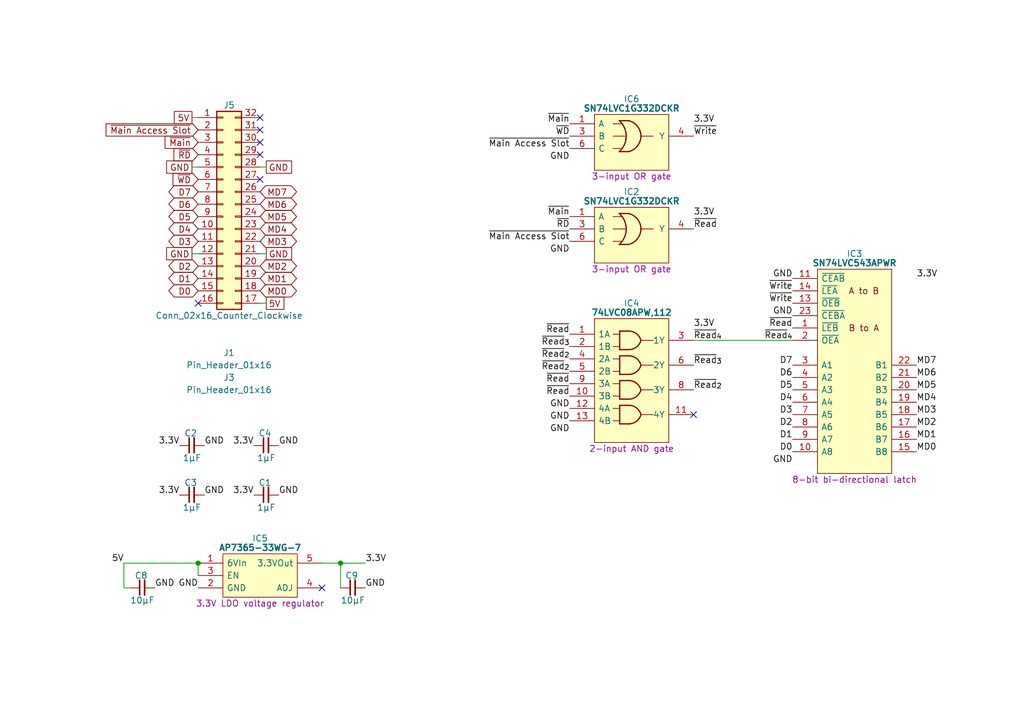
<source format=kicad_sch>
(kicad_sch
	(version 20250114)
	(generator "eeschema")
	(generator_version "9.0")
	(uuid "337b5f72-8be1-4121-9dc6-479b565482b2")
	(paper "A5")
	(title_block
		(title "Main Memory Data")
		(date "2023-12-05")
		(rev "V0")
	)
	(lib_symbols
		(symbol "Connector_Generic:Conn_02x16_Counter_Clockwise"
			(pin_names
				(offset 1.016)
				(hide yes)
			)
			(exclude_from_sim no)
			(in_bom yes)
			(on_board yes)
			(property "Reference" "J"
				(at 1.27 20.32 0)
				(effects
					(font
						(size 1.27 1.27)
					)
				)
			)
			(property "Value" "Conn_02x16_Counter_Clockwise"
				(at 1.27 -22.86 0)
				(effects
					(font
						(size 1.27 1.27)
					)
				)
			)
			(property "Footprint" ""
				(at 0 0 0)
				(effects
					(font
						(size 1.27 1.27)
					)
					(hide yes)
				)
			)
			(property "Datasheet" "~"
				(at 0 0 0)
				(effects
					(font
						(size 1.27 1.27)
					)
					(hide yes)
				)
			)
			(property "Description" "Generic connector, double row, 02x16, counter clockwise pin numbering scheme (similar to DIP package numbering), script generated (kicad-library-utils/schlib/autogen/connector/)"
				(at 0 0 0)
				(effects
					(font
						(size 1.27 1.27)
					)
					(hide yes)
				)
			)
			(property "ki_keywords" "connector"
				(at 0 0 0)
				(effects
					(font
						(size 1.27 1.27)
					)
					(hide yes)
				)
			)
			(property "ki_fp_filters" "Connector*:*_2x??_*"
				(at 0 0 0)
				(effects
					(font
						(size 1.27 1.27)
					)
					(hide yes)
				)
			)
			(symbol "Conn_02x16_Counter_Clockwise_1_1"
				(rectangle
					(start -1.27 19.05)
					(end 3.81 -21.59)
					(stroke
						(width 0.254)
						(type default)
					)
					(fill
						(type background)
					)
				)
				(rectangle
					(start -1.27 17.907)
					(end 0 17.653)
					(stroke
						(width 0.1524)
						(type default)
					)
					(fill
						(type none)
					)
				)
				(rectangle
					(start -1.27 15.367)
					(end 0 15.113)
					(stroke
						(width 0.1524)
						(type default)
					)
					(fill
						(type none)
					)
				)
				(rectangle
					(start -1.27 12.827)
					(end 0 12.573)
					(stroke
						(width 0.1524)
						(type default)
					)
					(fill
						(type none)
					)
				)
				(rectangle
					(start -1.27 10.287)
					(end 0 10.033)
					(stroke
						(width 0.1524)
						(type default)
					)
					(fill
						(type none)
					)
				)
				(rectangle
					(start -1.27 7.747)
					(end 0 7.493)
					(stroke
						(width 0.1524)
						(type default)
					)
					(fill
						(type none)
					)
				)
				(rectangle
					(start -1.27 5.207)
					(end 0 4.953)
					(stroke
						(width 0.1524)
						(type default)
					)
					(fill
						(type none)
					)
				)
				(rectangle
					(start -1.27 2.667)
					(end 0 2.413)
					(stroke
						(width 0.1524)
						(type default)
					)
					(fill
						(type none)
					)
				)
				(rectangle
					(start -1.27 0.127)
					(end 0 -0.127)
					(stroke
						(width 0.1524)
						(type default)
					)
					(fill
						(type none)
					)
				)
				(rectangle
					(start -1.27 -2.413)
					(end 0 -2.667)
					(stroke
						(width 0.1524)
						(type default)
					)
					(fill
						(type none)
					)
				)
				(rectangle
					(start -1.27 -4.953)
					(end 0 -5.207)
					(stroke
						(width 0.1524)
						(type default)
					)
					(fill
						(type none)
					)
				)
				(rectangle
					(start -1.27 -7.493)
					(end 0 -7.747)
					(stroke
						(width 0.1524)
						(type default)
					)
					(fill
						(type none)
					)
				)
				(rectangle
					(start -1.27 -10.033)
					(end 0 -10.287)
					(stroke
						(width 0.1524)
						(type default)
					)
					(fill
						(type none)
					)
				)
				(rectangle
					(start -1.27 -12.573)
					(end 0 -12.827)
					(stroke
						(width 0.1524)
						(type default)
					)
					(fill
						(type none)
					)
				)
				(rectangle
					(start -1.27 -15.113)
					(end 0 -15.367)
					(stroke
						(width 0.1524)
						(type default)
					)
					(fill
						(type none)
					)
				)
				(rectangle
					(start -1.27 -17.653)
					(end 0 -17.907)
					(stroke
						(width 0.1524)
						(type default)
					)
					(fill
						(type none)
					)
				)
				(rectangle
					(start -1.27 -20.193)
					(end 0 -20.447)
					(stroke
						(width 0.1524)
						(type default)
					)
					(fill
						(type none)
					)
				)
				(rectangle
					(start 3.81 17.907)
					(end 2.54 17.653)
					(stroke
						(width 0.1524)
						(type default)
					)
					(fill
						(type none)
					)
				)
				(rectangle
					(start 3.81 15.367)
					(end 2.54 15.113)
					(stroke
						(width 0.1524)
						(type default)
					)
					(fill
						(type none)
					)
				)
				(rectangle
					(start 3.81 12.827)
					(end 2.54 12.573)
					(stroke
						(width 0.1524)
						(type default)
					)
					(fill
						(type none)
					)
				)
				(rectangle
					(start 3.81 10.287)
					(end 2.54 10.033)
					(stroke
						(width 0.1524)
						(type default)
					)
					(fill
						(type none)
					)
				)
				(rectangle
					(start 3.81 7.747)
					(end 2.54 7.493)
					(stroke
						(width 0.1524)
						(type default)
					)
					(fill
						(type none)
					)
				)
				(rectangle
					(start 3.81 5.207)
					(end 2.54 4.953)
					(stroke
						(width 0.1524)
						(type default)
					)
					(fill
						(type none)
					)
				)
				(rectangle
					(start 3.81 2.667)
					(end 2.54 2.413)
					(stroke
						(width 0.1524)
						(type default)
					)
					(fill
						(type none)
					)
				)
				(rectangle
					(start 3.81 0.127)
					(end 2.54 -0.127)
					(stroke
						(width 0.1524)
						(type default)
					)
					(fill
						(type none)
					)
				)
				(rectangle
					(start 3.81 -2.413)
					(end 2.54 -2.667)
					(stroke
						(width 0.1524)
						(type default)
					)
					(fill
						(type none)
					)
				)
				(rectangle
					(start 3.81 -4.953)
					(end 2.54 -5.207)
					(stroke
						(width 0.1524)
						(type default)
					)
					(fill
						(type none)
					)
				)
				(rectangle
					(start 3.81 -7.493)
					(end 2.54 -7.747)
					(stroke
						(width 0.1524)
						(type default)
					)
					(fill
						(type none)
					)
				)
				(rectangle
					(start 3.81 -10.033)
					(end 2.54 -10.287)
					(stroke
						(width 0.1524)
						(type default)
					)
					(fill
						(type none)
					)
				)
				(rectangle
					(start 3.81 -12.573)
					(end 2.54 -12.827)
					(stroke
						(width 0.1524)
						(type default)
					)
					(fill
						(type none)
					)
				)
				(rectangle
					(start 3.81 -15.113)
					(end 2.54 -15.367)
					(stroke
						(width 0.1524)
						(type default)
					)
					(fill
						(type none)
					)
				)
				(rectangle
					(start 3.81 -17.653)
					(end 2.54 -17.907)
					(stroke
						(width 0.1524)
						(type default)
					)
					(fill
						(type none)
					)
				)
				(rectangle
					(start 3.81 -20.193)
					(end 2.54 -20.447)
					(stroke
						(width 0.1524)
						(type default)
					)
					(fill
						(type none)
					)
				)
				(pin passive line
					(at -5.08 17.78 0)
					(length 3.81)
					(name "Pin_1"
						(effects
							(font
								(size 1.27 1.27)
							)
						)
					)
					(number "1"
						(effects
							(font
								(size 1.27 1.27)
							)
						)
					)
				)
				(pin passive line
					(at -5.08 15.24 0)
					(length 3.81)
					(name "Pin_2"
						(effects
							(font
								(size 1.27 1.27)
							)
						)
					)
					(number "2"
						(effects
							(font
								(size 1.27 1.27)
							)
						)
					)
				)
				(pin passive line
					(at -5.08 12.7 0)
					(length 3.81)
					(name "Pin_3"
						(effects
							(font
								(size 1.27 1.27)
							)
						)
					)
					(number "3"
						(effects
							(font
								(size 1.27 1.27)
							)
						)
					)
				)
				(pin passive line
					(at -5.08 10.16 0)
					(length 3.81)
					(name "Pin_4"
						(effects
							(font
								(size 1.27 1.27)
							)
						)
					)
					(number "4"
						(effects
							(font
								(size 1.27 1.27)
							)
						)
					)
				)
				(pin passive line
					(at -5.08 7.62 0)
					(length 3.81)
					(name "Pin_5"
						(effects
							(font
								(size 1.27 1.27)
							)
						)
					)
					(number "5"
						(effects
							(font
								(size 1.27 1.27)
							)
						)
					)
				)
				(pin passive line
					(at -5.08 5.08 0)
					(length 3.81)
					(name "Pin_6"
						(effects
							(font
								(size 1.27 1.27)
							)
						)
					)
					(number "6"
						(effects
							(font
								(size 1.27 1.27)
							)
						)
					)
				)
				(pin passive line
					(at -5.08 2.54 0)
					(length 3.81)
					(name "Pin_7"
						(effects
							(font
								(size 1.27 1.27)
							)
						)
					)
					(number "7"
						(effects
							(font
								(size 1.27 1.27)
							)
						)
					)
				)
				(pin passive line
					(at -5.08 0 0)
					(length 3.81)
					(name "Pin_8"
						(effects
							(font
								(size 1.27 1.27)
							)
						)
					)
					(number "8"
						(effects
							(font
								(size 1.27 1.27)
							)
						)
					)
				)
				(pin passive line
					(at -5.08 -2.54 0)
					(length 3.81)
					(name "Pin_9"
						(effects
							(font
								(size 1.27 1.27)
							)
						)
					)
					(number "9"
						(effects
							(font
								(size 1.27 1.27)
							)
						)
					)
				)
				(pin passive line
					(at -5.08 -5.08 0)
					(length 3.81)
					(name "Pin_10"
						(effects
							(font
								(size 1.27 1.27)
							)
						)
					)
					(number "10"
						(effects
							(font
								(size 1.27 1.27)
							)
						)
					)
				)
				(pin passive line
					(at -5.08 -7.62 0)
					(length 3.81)
					(name "Pin_11"
						(effects
							(font
								(size 1.27 1.27)
							)
						)
					)
					(number "11"
						(effects
							(font
								(size 1.27 1.27)
							)
						)
					)
				)
				(pin passive line
					(at -5.08 -10.16 0)
					(length 3.81)
					(name "Pin_12"
						(effects
							(font
								(size 1.27 1.27)
							)
						)
					)
					(number "12"
						(effects
							(font
								(size 1.27 1.27)
							)
						)
					)
				)
				(pin passive line
					(at -5.08 -12.7 0)
					(length 3.81)
					(name "Pin_13"
						(effects
							(font
								(size 1.27 1.27)
							)
						)
					)
					(number "13"
						(effects
							(font
								(size 1.27 1.27)
							)
						)
					)
				)
				(pin passive line
					(at -5.08 -15.24 0)
					(length 3.81)
					(name "Pin_14"
						(effects
							(font
								(size 1.27 1.27)
							)
						)
					)
					(number "14"
						(effects
							(font
								(size 1.27 1.27)
							)
						)
					)
				)
				(pin passive line
					(at -5.08 -17.78 0)
					(length 3.81)
					(name "Pin_15"
						(effects
							(font
								(size 1.27 1.27)
							)
						)
					)
					(number "15"
						(effects
							(font
								(size 1.27 1.27)
							)
						)
					)
				)
				(pin passive line
					(at -5.08 -20.32 0)
					(length 3.81)
					(name "Pin_16"
						(effects
							(font
								(size 1.27 1.27)
							)
						)
					)
					(number "16"
						(effects
							(font
								(size 1.27 1.27)
							)
						)
					)
				)
				(pin passive line
					(at 7.62 17.78 180)
					(length 3.81)
					(name "Pin_32"
						(effects
							(font
								(size 1.27 1.27)
							)
						)
					)
					(number "32"
						(effects
							(font
								(size 1.27 1.27)
							)
						)
					)
				)
				(pin passive line
					(at 7.62 15.24 180)
					(length 3.81)
					(name "Pin_31"
						(effects
							(font
								(size 1.27 1.27)
							)
						)
					)
					(number "31"
						(effects
							(font
								(size 1.27 1.27)
							)
						)
					)
				)
				(pin passive line
					(at 7.62 12.7 180)
					(length 3.81)
					(name "Pin_30"
						(effects
							(font
								(size 1.27 1.27)
							)
						)
					)
					(number "30"
						(effects
							(font
								(size 1.27 1.27)
							)
						)
					)
				)
				(pin passive line
					(at 7.62 10.16 180)
					(length 3.81)
					(name "Pin_29"
						(effects
							(font
								(size 1.27 1.27)
							)
						)
					)
					(number "29"
						(effects
							(font
								(size 1.27 1.27)
							)
						)
					)
				)
				(pin passive line
					(at 7.62 7.62 180)
					(length 3.81)
					(name "Pin_28"
						(effects
							(font
								(size 1.27 1.27)
							)
						)
					)
					(number "28"
						(effects
							(font
								(size 1.27 1.27)
							)
						)
					)
				)
				(pin passive line
					(at 7.62 5.08 180)
					(length 3.81)
					(name "Pin_27"
						(effects
							(font
								(size 1.27 1.27)
							)
						)
					)
					(number "27"
						(effects
							(font
								(size 1.27 1.27)
							)
						)
					)
				)
				(pin passive line
					(at 7.62 2.54 180)
					(length 3.81)
					(name "Pin_26"
						(effects
							(font
								(size 1.27 1.27)
							)
						)
					)
					(number "26"
						(effects
							(font
								(size 1.27 1.27)
							)
						)
					)
				)
				(pin passive line
					(at 7.62 0 180)
					(length 3.81)
					(name "Pin_25"
						(effects
							(font
								(size 1.27 1.27)
							)
						)
					)
					(number "25"
						(effects
							(font
								(size 1.27 1.27)
							)
						)
					)
				)
				(pin passive line
					(at 7.62 -2.54 180)
					(length 3.81)
					(name "Pin_24"
						(effects
							(font
								(size 1.27 1.27)
							)
						)
					)
					(number "24"
						(effects
							(font
								(size 1.27 1.27)
							)
						)
					)
				)
				(pin passive line
					(at 7.62 -5.08 180)
					(length 3.81)
					(name "Pin_23"
						(effects
							(font
								(size 1.27 1.27)
							)
						)
					)
					(number "23"
						(effects
							(font
								(size 1.27 1.27)
							)
						)
					)
				)
				(pin passive line
					(at 7.62 -7.62 180)
					(length 3.81)
					(name "Pin_22"
						(effects
							(font
								(size 1.27 1.27)
							)
						)
					)
					(number "22"
						(effects
							(font
								(size 1.27 1.27)
							)
						)
					)
				)
				(pin passive line
					(at 7.62 -10.16 180)
					(length 3.81)
					(name "Pin_21"
						(effects
							(font
								(size 1.27 1.27)
							)
						)
					)
					(number "21"
						(effects
							(font
								(size 1.27 1.27)
							)
						)
					)
				)
				(pin passive line
					(at 7.62 -12.7 180)
					(length 3.81)
					(name "Pin_20"
						(effects
							(font
								(size 1.27 1.27)
							)
						)
					)
					(number "20"
						(effects
							(font
								(size 1.27 1.27)
							)
						)
					)
				)
				(pin passive line
					(at 7.62 -15.24 180)
					(length 3.81)
					(name "Pin_19"
						(effects
							(font
								(size 1.27 1.27)
							)
						)
					)
					(number "19"
						(effects
							(font
								(size 1.27 1.27)
							)
						)
					)
				)
				(pin passive line
					(at 7.62 -17.78 180)
					(length 3.81)
					(name "Pin_18"
						(effects
							(font
								(size 1.27 1.27)
							)
						)
					)
					(number "18"
						(effects
							(font
								(size 1.27 1.27)
							)
						)
					)
				)
				(pin passive line
					(at 7.62 -20.32 180)
					(length 3.81)
					(name "Pin_17"
						(effects
							(font
								(size 1.27 1.27)
							)
						)
					)
					(number "17"
						(effects
							(font
								(size 1.27 1.27)
							)
						)
					)
				)
			)
			(embedded_fonts no)
		)
		(symbol "Diodes_Inc:AP7365-33WG-7"
			(pin_names
				(offset 0.762)
			)
			(exclude_from_sim no)
			(in_bom yes)
			(on_board yes)
			(property "Reference" "IC"
				(at 12.7 5.08 0)
				(effects
					(font
						(size 1.27 1.27)
					)
				)
			)
			(property "Value" "AP7365-33WG-7"
				(at 12.7 3.175 0)
				(effects
					(font
						(size 1.27 1.27)
						(bold yes)
					)
				)
			)
			(property "Footprint" "SamacSys_Parts:SOT95P285X130-5N"
				(at 21.59 -14.605 0)
				(effects
					(font
						(size 1.27 1.27)
					)
					(justify left)
					(hide yes)
				)
			)
			(property "Datasheet" "https://componentsearchengine.com/Datasheets/1/AP7365-33WG-7.pdf"
				(at 21.59 -17.145 0)
				(effects
					(font
						(size 1.27 1.27)
					)
					(justify left)
					(hide yes)
				)
			)
			(property "Description" "3.3V LDO voltage regulator"
				(at 12.7 -8.255 0)
				(effects
					(font
						(size 1.27 1.27)
					)
				)
			)
			(property "Height" "1.3"
				(at 21.59 -19.685 0)
				(effects
					(font
						(size 1.27 1.27)
					)
					(justify left)
					(hide yes)
				)
			)
			(property "Manufacturer_Name" "Diodes Inc."
				(at 21.59 -22.225 0)
				(effects
					(font
						(size 1.27 1.27)
					)
					(justify left)
					(hide yes)
				)
			)
			(property "Manufacturer_Part_Number" "AP7365-33WG-7"
				(at 21.59 -24.765 0)
				(effects
					(font
						(size 1.27 1.27)
					)
					(justify left)
					(hide yes)
				)
			)
			(property "Mouser Part Number" "621-AP7365-33WG-7"
				(at 21.59 -27.305 0)
				(effects
					(font
						(size 1.27 1.27)
					)
					(justify left)
					(hide yes)
				)
			)
			(property "Mouser Price/Stock" "https://www.mouser.co.uk/ProductDetail/Diodes-Incorporated/AP7365-33WG-7?qs=abZ1nkZpTuOZFvxvoFPL0w%3D%3D"
				(at 21.59 -29.845 0)
				(effects
					(font
						(size 1.27 1.27)
					)
					(justify left)
					(hide yes)
				)
			)
			(property "Arrow Part Number" "AP7365-33WG-7"
				(at 21.59 -32.385 0)
				(effects
					(font
						(size 1.27 1.27)
					)
					(justify left)
					(hide yes)
				)
			)
			(property "Arrow Price/Stock" "https://www.arrow.com/en/products/ap7365-33wg-7/diodes-incorporated?region=nac"
				(at 21.59 -34.925 0)
				(effects
					(font
						(size 1.27 1.27)
					)
					(justify left)
					(hide yes)
				)
			)
			(property "Silkscreen" "AP7365"
				(at 21.59 -12.065 0)
				(effects
					(font
						(size 1.27 1.27)
					)
					(justify left)
					(hide yes)
				)
			)
			(symbol "AP7365-33WG-7_0_0"
				(pin input line
					(at 0 -2.54 0)
					(length 5.08)
					(name "EN"
						(effects
							(font
								(size 1.27 1.27)
							)
						)
					)
					(number "3"
						(effects
							(font
								(size 1.27 1.27)
							)
						)
					)
				)
				(pin passive line
					(at 0 -5.08 0)
					(length 5.08)
					(name "GND"
						(effects
							(font
								(size 1.27 1.27)
							)
						)
					)
					(number "2"
						(effects
							(font
								(size 1.27 1.27)
							)
						)
					)
				)
				(pin passive line
					(at 25.4 -5.08 180)
					(length 5.08)
					(name "ADJ"
						(effects
							(font
								(size 1.27 1.27)
							)
						)
					)
					(number "4"
						(effects
							(font
								(size 1.27 1.27)
							)
						)
					)
				)
			)
			(symbol "AP7365-33WG-7_0_1"
				(polyline
					(pts
						(xy 5.08 1.905) (xy 20.32 1.905) (xy 20.32 -6.985) (xy 5.08 -6.985) (xy 5.08 1.905)
					)
					(stroke
						(width 0)
						(type default)
					)
					(fill
						(type background)
					)
				)
			)
			(symbol "AP7365-33WG-7_1_0"
				(pin passive line
					(at 0 0 0)
					(length 5.08)
					(name "6VIn"
						(effects
							(font
								(size 1.27 1.27)
							)
						)
					)
					(number "1"
						(effects
							(font
								(size 1.27 1.27)
							)
						)
					)
				)
				(pin passive line
					(at 25.4 0 180)
					(length 5.08)
					(name "3.3VOut"
						(effects
							(font
								(size 1.27 1.27)
							)
						)
					)
					(number "5"
						(effects
							(font
								(size 1.27 1.27)
							)
						)
					)
				)
			)
			(embedded_fonts no)
		)
		(symbol "HCP65:C_0805"
			(pin_numbers
				(hide yes)
			)
			(pin_names
				(offset 0.254)
				(hide yes)
			)
			(exclude_from_sim no)
			(in_bom yes)
			(on_board yes)
			(property "Reference" "C"
				(at 2.286 2.54 0)
				(effects
					(font
						(size 1.27 1.27)
					)
				)
			)
			(property "Value" "?μF"
				(at 2.54 -2.54 0)
				(effects
					(font
						(size 1.27 1.27)
					)
				)
			)
			(property "Footprint" "SamacSys_Parts:C_0805"
				(at 16.764 -7.62 0)
				(effects
					(font
						(size 1.27 1.27)
					)
					(hide yes)
				)
			)
			(property "Datasheet" ""
				(at 2.2225 0.3175 90)
				(effects
					(font
						(size 1.27 1.27)
					)
					(hide yes)
				)
			)
			(property "Description" ""
				(at 0 0 0)
				(effects
					(font
						(size 1.27 1.27)
					)
					(hide yes)
				)
			)
			(property "ki_keywords" "capacitor cap"
				(at 0 0 0)
				(effects
					(font
						(size 1.27 1.27)
					)
					(hide yes)
				)
			)
			(property "ki_fp_filters" "C_*"
				(at 0 0 0)
				(effects
					(font
						(size 1.27 1.27)
					)
					(hide yes)
				)
			)
			(symbol "C_0805_0_1"
				(polyline
					(pts
						(xy 1.9685 -1.4605) (xy 1.9685 1.5875)
					)
					(stroke
						(width 0.3048)
						(type default)
					)
					(fill
						(type none)
					)
				)
				(polyline
					(pts
						(xy 2.9845 -1.4605) (xy 2.9845 1.5875)
					)
					(stroke
						(width 0.3302)
						(type default)
					)
					(fill
						(type none)
					)
				)
			)
			(symbol "C_0805_1_1"
				(pin passive line
					(at 0 0 0)
					(length 2.032)
					(name "~"
						(effects
							(font
								(size 1.27 1.27)
							)
						)
					)
					(number "1"
						(effects
							(font
								(size 1.27 1.27)
							)
						)
					)
				)
				(pin passive line
					(at 5.08 0 180)
					(length 2.032)
					(name "~"
						(effects
							(font
								(size 1.27 1.27)
							)
						)
					)
					(number "2"
						(effects
							(font
								(size 1.27 1.27)
							)
						)
					)
				)
			)
			(embedded_fonts no)
		)
		(symbol "HCP65:Pin_Header_01x16"
			(pin_names
				(offset 1.016)
				(hide yes)
			)
			(exclude_from_sim no)
			(in_bom yes)
			(on_board yes)
			(property "Reference" "J"
				(at 0 1.27 0)
				(effects
					(font
						(size 1.27 1.27)
					)
				)
			)
			(property "Value" "Pin_Header_01x16"
				(at 0 -1.27 0)
				(effects
					(font
						(size 1.27 1.27)
					)
				)
			)
			(property "Footprint" "SamacSys_Parts:PinHeader_1x16_P2.54mm_Vertical"
				(at 0 -3.81 0)
				(effects
					(font
						(size 1.27 1.27)
					)
					(hide yes)
				)
			)
			(property "Datasheet" "~"
				(at -5.08 0 0)
				(effects
					(font
						(size 1.27 1.27)
					)
					(hide yes)
				)
			)
			(property "Description" ""
				(at 0 0 0)
				(effects
					(font
						(size 1.27 1.27)
					)
					(hide yes)
				)
			)
			(property "ki_fp_filters" "Connector*:*_1x??_*"
				(at 0 0 0)
				(effects
					(font
						(size 1.27 1.27)
					)
					(hide yes)
				)
			)
			(embedded_fonts no)
		)
		(symbol "Nexperia:74LVC08APW,112"
			(pin_names
				(offset 0.762)
			)
			(exclude_from_sim no)
			(in_bom yes)
			(on_board yes)
			(property "Reference" "IC"
				(at 12.7 6.35 0)
				(effects
					(font
						(size 1.27 1.27)
					)
				)
			)
			(property "Value" "74LVC08APW,112"
				(at 12.7 4.445 0)
				(effects
					(font
						(size 1.27 1.27)
						(bold yes)
					)
				)
			)
			(property "Footprint" "SamacSys_Parts:SOP65P640X110-14N"
				(at 30.48 -31.115 0)
				(effects
					(font
						(size 1.27 1.27)
					)
					(justify left)
					(hide yes)
				)
			)
			(property "Datasheet" "https://assets.nexperia.com/documents/data-sheet/74LVC08A.pdf"
				(at 30.48 -33.655 0)
				(effects
					(font
						(size 1.27 1.27)
					)
					(justify left)
					(hide yes)
				)
			)
			(property "Description" "2-input AND gate"
				(at 12.7 -23.495 0)
				(effects
					(font
						(size 1.27 1.27)
					)
				)
			)
			(property "Height" "1.1"
				(at 30.48 -36.195 0)
				(effects
					(font
						(size 1.27 1.27)
					)
					(justify left)
					(hide yes)
				)
			)
			(property "Manufacturer_Name" "Nexperia"
				(at 30.48 -38.735 0)
				(effects
					(font
						(size 1.27 1.27)
					)
					(justify left)
					(hide yes)
				)
			)
			(property "Manufacturer_Part_Number" "74LVC08APW,112"
				(at 30.48 -41.275 0)
				(effects
					(font
						(size 1.27 1.27)
					)
					(justify left)
					(hide yes)
				)
			)
			(property "Mouser Part Number" "771-74LVC08APW"
				(at 30.48 -43.815 0)
				(effects
					(font
						(size 1.27 1.27)
					)
					(justify left)
					(hide yes)
				)
			)
			(property "Mouser Price/Stock" "https://www.mouser.com/Search/Refine.aspx?Keyword=771-74LVC08APW"
				(at 30.48 -46.355 0)
				(effects
					(font
						(size 1.27 1.27)
					)
					(justify left)
					(hide yes)
				)
			)
			(property "Silkscreen" "74LVC08"
				(at 12.7 -25.4 0)
				(effects
					(font
						(size 1.27 1.27)
					)
					(hide yes)
				)
			)
			(symbol "74LVC08APW,112_0_0"
				(pin input line
					(at 0 0 0)
					(length 5.08)
					(name "1A"
						(effects
							(font
								(size 1.27 1.27)
							)
						)
					)
					(number "1"
						(effects
							(font
								(size 1.27 1.27)
							)
						)
					)
				)
				(pin input line
					(at 0 -2.54 0)
					(length 5.08)
					(name "1B"
						(effects
							(font
								(size 1.27 1.27)
							)
						)
					)
					(number "2"
						(effects
							(font
								(size 1.27 1.27)
							)
						)
					)
				)
				(pin input line
					(at 0 -5.08 0)
					(length 5.08)
					(name "2A"
						(effects
							(font
								(size 1.27 1.27)
							)
						)
					)
					(number "4"
						(effects
							(font
								(size 1.27 1.27)
							)
						)
					)
				)
				(pin input line
					(at 0 -7.62 0)
					(length 5.08)
					(name "2B"
						(effects
							(font
								(size 1.27 1.27)
							)
						)
					)
					(number "5"
						(effects
							(font
								(size 1.27 1.27)
							)
						)
					)
				)
				(pin input line
					(at 0 -10.16 0)
					(length 5.08)
					(name "3A"
						(effects
							(font
								(size 1.27 1.27)
							)
						)
					)
					(number "9"
						(effects
							(font
								(size 1.27 1.27)
							)
						)
					)
				)
				(pin input line
					(at 0 -12.7 0)
					(length 5.08)
					(name "3B"
						(effects
							(font
								(size 1.27 1.27)
							)
						)
					)
					(number "10"
						(effects
							(font
								(size 1.27 1.27)
							)
						)
					)
				)
				(pin input line
					(at 0 -15.24 0)
					(length 5.08)
					(name "4A"
						(effects
							(font
								(size 1.27 1.27)
							)
						)
					)
					(number "12"
						(effects
							(font
								(size 1.27 1.27)
							)
						)
					)
				)
				(pin input line
					(at 0 -17.78 0)
					(length 5.08)
					(name "4B"
						(effects
							(font
								(size 1.27 1.27)
							)
						)
					)
					(number "13"
						(effects
							(font
								(size 1.27 1.27)
							)
						)
					)
				)
				(pin passive line
					(at 0 -20.32 0)
					(length 5.08)
					(hide yes)
					(name "GND"
						(effects
							(font
								(size 1.27 1.27)
							)
						)
					)
					(number "7"
						(effects
							(font
								(size 1.27 1.27)
							)
						)
					)
				)
				(pin passive line
					(at 25.4 1.27 180)
					(length 5.08)
					(hide yes)
					(name "3V"
						(effects
							(font
								(size 1.27 1.27)
							)
						)
					)
					(number "14"
						(effects
							(font
								(size 1.27 1.27)
							)
						)
					)
				)
				(pin passive line
					(at 25.4 -1.27 180)
					(length 5.08)
					(name "1Y"
						(effects
							(font
								(size 1.27 1.27)
							)
						)
					)
					(number "3"
						(effects
							(font
								(size 1.27 1.27)
							)
						)
					)
				)
				(pin output line
					(at 25.4 -6.35 180)
					(length 5.08)
					(name "2Y"
						(effects
							(font
								(size 1.27 1.27)
							)
						)
					)
					(number "6"
						(effects
							(font
								(size 1.27 1.27)
							)
						)
					)
				)
				(pin output line
					(at 25.4 -11.43 180)
					(length 5.08)
					(name "3Y"
						(effects
							(font
								(size 1.27 1.27)
							)
						)
					)
					(number "8"
						(effects
							(font
								(size 1.27 1.27)
							)
						)
					)
				)
				(pin output line
					(at 25.4 -16.51 180)
					(length 5.08)
					(name "4Y"
						(effects
							(font
								(size 1.27 1.27)
							)
						)
					)
					(number "11"
						(effects
							(font
								(size 1.27 1.27)
							)
						)
					)
				)
			)
			(symbol "74LVC08APW,112_0_1"
				(polyline
					(pts
						(xy 5.08 3.175) (xy 20.32 3.175) (xy 20.32 -22.225) (xy 5.08 -22.225) (xy 5.08 3.175)
					)
					(stroke
						(width 0.1524)
						(type default)
					)
					(fill
						(type background)
					)
				)
				(polyline
					(pts
						(xy 8.89 0) (xy 10.1599 0)
					)
					(stroke
						(width 0)
						(type default)
					)
					(fill
						(type none)
					)
				)
				(polyline
					(pts
						(xy 8.89 -2.54) (xy 10.1599 -2.54)
					)
					(stroke
						(width 0)
						(type default)
					)
					(fill
						(type none)
					)
				)
				(polyline
					(pts
						(xy 8.89 -5.08) (xy 10.1599 -5.08)
					)
					(stroke
						(width 0)
						(type default)
					)
					(fill
						(type none)
					)
				)
				(polyline
					(pts
						(xy 8.89 -7.62) (xy 10.1599 -7.62)
					)
					(stroke
						(width 0)
						(type default)
					)
					(fill
						(type none)
					)
				)
				(polyline
					(pts
						(xy 8.89 -10.16) (xy 10.1599 -10.16)
					)
					(stroke
						(width 0)
						(type default)
					)
					(fill
						(type none)
					)
				)
				(polyline
					(pts
						(xy 8.89 -12.7) (xy 10.1599 -12.7)
					)
					(stroke
						(width 0)
						(type default)
					)
					(fill
						(type none)
					)
				)
				(polyline
					(pts
						(xy 8.89 -15.24) (xy 10.1599 -15.24)
					)
					(stroke
						(width 0)
						(type default)
					)
					(fill
						(type none)
					)
				)
				(polyline
					(pts
						(xy 8.89 -17.78) (xy 10.1599 -17.78)
					)
					(stroke
						(width 0)
						(type default)
					)
					(fill
						(type none)
					)
				)
				(polyline
					(pts
						(xy 10.248 0.635) (xy 10.248 -3.175)
					)
					(stroke
						(width 0.254)
						(type default)
					)
					(fill
						(type background)
					)
				)
				(polyline
					(pts
						(xy 10.248 -4.445) (xy 10.248 -8.255)
					)
					(stroke
						(width 0.254)
						(type default)
					)
					(fill
						(type background)
					)
				)
				(polyline
					(pts
						(xy 10.248 -9.525) (xy 10.248 -13.335)
					)
					(stroke
						(width 0.254)
						(type default)
					)
					(fill
						(type background)
					)
				)
				(polyline
					(pts
						(xy 10.248 -14.605) (xy 10.248 -18.415)
					)
					(stroke
						(width 0.254)
						(type default)
					)
					(fill
						(type background)
					)
				)
				(polyline
					(pts
						(xy 12.065 0.635) (xy 10.248 0.635)
					)
					(stroke
						(width 0.254)
						(type default)
					)
					(fill
						(type background)
					)
				)
				(polyline
					(pts
						(xy 12.065 -3.175) (xy 10.248 -3.175)
					)
					(stroke
						(width 0.254)
						(type default)
					)
					(fill
						(type background)
					)
				)
				(polyline
					(pts
						(xy 12.065 -4.445) (xy 10.248 -4.445)
					)
					(stroke
						(width 0.254)
						(type default)
					)
					(fill
						(type background)
					)
				)
				(polyline
					(pts
						(xy 12.065 -8.255) (xy 10.248 -8.255)
					)
					(stroke
						(width 0.254)
						(type default)
					)
					(fill
						(type background)
					)
				)
				(polyline
					(pts
						(xy 12.065 -9.525) (xy 10.248 -9.525)
					)
					(stroke
						(width 0.254)
						(type default)
					)
					(fill
						(type background)
					)
				)
				(polyline
					(pts
						(xy 12.065 -13.335) (xy 10.248 -13.335)
					)
					(stroke
						(width 0.254)
						(type default)
					)
					(fill
						(type background)
					)
				)
				(polyline
					(pts
						(xy 12.065 -14.605) (xy 10.248 -14.605)
					)
					(stroke
						(width 0.254)
						(type default)
					)
					(fill
						(type background)
					)
				)
				(polyline
					(pts
						(xy 12.065 -18.415) (xy 10.248 -18.415)
					)
					(stroke
						(width 0.254)
						(type default)
					)
					(fill
						(type background)
					)
				)
				(arc
					(start 14.605 -1.27)
					(mid 13.6635 -2.6605)
					(end 12.065 -3.175)
					(stroke
						(width 0.254)
						(type default)
					)
					(fill
						(type none)
					)
				)
				(arc
					(start 14.605 -6.35)
					(mid 13.6635 -7.7405)
					(end 12.065 -8.255)
					(stroke
						(width 0.254)
						(type default)
					)
					(fill
						(type none)
					)
				)
				(arc
					(start 14.605 -11.43)
					(mid 13.6635 -12.8205)
					(end 12.065 -13.335)
					(stroke
						(width 0.254)
						(type default)
					)
					(fill
						(type none)
					)
				)
				(arc
					(start 14.605 -16.51)
					(mid 13.6635 -17.9005)
					(end 12.065 -18.415)
					(stroke
						(width 0.254)
						(type default)
					)
					(fill
						(type none)
					)
				)
				(arc
					(start 12.065 0.635)
					(mid 13.6649 0.1222)
					(end 14.605 -1.27)
					(stroke
						(width 0.254)
						(type default)
					)
					(fill
						(type none)
					)
				)
				(arc
					(start 12.065 -4.445)
					(mid 13.6649 -4.9578)
					(end 14.605 -6.35)
					(stroke
						(width 0.254)
						(type default)
					)
					(fill
						(type none)
					)
				)
				(arc
					(start 12.065 -9.525)
					(mid 13.6649 -10.0378)
					(end 14.605 -11.43)
					(stroke
						(width 0.254)
						(type default)
					)
					(fill
						(type none)
					)
				)
				(arc
					(start 12.065 -14.605)
					(mid 13.6649 -15.1178)
					(end 14.605 -16.51)
					(stroke
						(width 0.254)
						(type default)
					)
					(fill
						(type none)
					)
				)
				(polyline
					(pts
						(xy 14.605 -1.27) (xy 17.145 -1.27)
					)
					(stroke
						(width 0)
						(type default)
					)
					(fill
						(type none)
					)
				)
				(polyline
					(pts
						(xy 14.605 -6.35) (xy 17.145 -6.35)
					)
					(stroke
						(width 0)
						(type default)
					)
					(fill
						(type none)
					)
				)
				(polyline
					(pts
						(xy 14.605 -11.43) (xy 17.145 -11.43)
					)
					(stroke
						(width 0)
						(type default)
					)
					(fill
						(type none)
					)
				)
				(polyline
					(pts
						(xy 14.605 -16.51) (xy 17.145 -16.51)
					)
					(stroke
						(width 0)
						(type default)
					)
					(fill
						(type none)
					)
				)
			)
			(embedded_fonts no)
		)
		(symbol "Texas_Instruments:SN74LVC1G332DCKR"
			(pin_names
				(offset 0.762)
			)
			(exclude_from_sim no)
			(in_bom yes)
			(on_board yes)
			(property "Reference" "IC"
				(at 12.7 5.08 0)
				(effects
					(font
						(size 1.27 1.27)
					)
				)
			)
			(property "Value" "SN74LVC1G332DCKR"
				(at 12.7 3.175 0)
				(effects
					(font
						(size 1.27 1.27)
						(bold yes)
					)
				)
			)
			(property "Footprint" "SamacSys_Parts:SOT65P210X110-6N"
				(at 22.86 -13.97 0)
				(effects
					(font
						(size 1.27 1.27)
					)
					(justify left)
					(hide yes)
				)
			)
			(property "Datasheet" "http://www.ti.com/lit/gpn/sn74lvc1g332"
				(at 22.86 -16.51 0)
				(effects
					(font
						(size 1.27 1.27)
					)
					(justify left)
					(hide yes)
				)
			)
			(property "Description" "3-input OR gate"
				(at 12.7 -10.795 0)
				(effects
					(font
						(size 1.27 1.27)
					)
				)
			)
			(property "Height" "1.1"
				(at 22.86 -19.05 0)
				(effects
					(font
						(size 1.27 1.27)
					)
					(justify left)
					(hide yes)
				)
			)
			(property "Mouser Part Number" "595-SN74LVC1G332DCKR"
				(at 22.86 -24.13 0)
				(effects
					(font
						(size 1.27 1.27)
					)
					(justify left)
					(hide yes)
				)
			)
			(property "Mouser Price/Stock" "https://www.mouser.co.uk/ProductDetail/Texas-Instruments/SN74LVC1G332DCKR?qs=nqigI8dpoHJbC41czqKUfw%3D%3D"
				(at 22.86 -26.67 0)
				(effects
					(font
						(size 1.27 1.27)
					)
					(justify left)
					(hide yes)
				)
			)
			(property "Manufacturer_Name" "Texas Instruments"
				(at 22.86 -29.21 0)
				(effects
					(font
						(size 1.27 1.27)
					)
					(justify left)
					(hide yes)
				)
			)
			(property "Manufacturer_Part_Number" "SN74LVC1G332DCKR"
				(at 22.86 -31.75 0)
				(effects
					(font
						(size 1.27 1.27)
					)
					(justify left)
					(hide yes)
				)
			)
			(property "Silkscreen" "'1G332"
				(at 22.86 -21.59 0)
				(effects
					(font
						(size 1.27 1.27)
					)
					(justify left)
					(hide yes)
				)
			)
			(symbol "SN74LVC1G332DCKR_0_0"
				(pin input line
					(at 0 0 0)
					(length 5.08)
					(name "A"
						(effects
							(font
								(size 1.27 1.27)
							)
						)
					)
					(number "1"
						(effects
							(font
								(size 1.27 1.27)
							)
						)
					)
				)
				(pin input line
					(at 0 -2.54 0)
					(length 5.08)
					(name "B"
						(effects
							(font
								(size 1.27 1.27)
							)
						)
					)
					(number "3"
						(effects
							(font
								(size 1.27 1.27)
							)
						)
					)
				)
				(pin input line
					(at 0 -5.08 0)
					(length 5.08)
					(name "C"
						(effects
							(font
								(size 1.27 1.27)
							)
						)
					)
					(number "6"
						(effects
							(font
								(size 1.27 1.27)
							)
						)
					)
				)
				(pin passive line
					(at 0 -7.62 0)
					(length 5.08)
					(hide yes)
					(name "GND"
						(effects
							(font
								(size 1.27 1.27)
							)
						)
					)
					(number "2"
						(effects
							(font
								(size 1.27 1.27)
							)
						)
					)
				)
				(pin passive line
					(at 25.4 0 180)
					(length 5.08)
					(hide yes)
					(name "3V"
						(effects
							(font
								(size 1.27 1.27)
							)
						)
					)
					(number "5"
						(effects
							(font
								(size 1.27 1.27)
							)
						)
					)
				)
			)
			(symbol "SN74LVC1G332DCKR_0_1"
				(polyline
					(pts
						(xy 5.08 1.905) (xy 20.32 1.905) (xy 20.32 -9.525) (xy 5.08 -9.525) (xy 5.08 1.905)
					)
					(stroke
						(width 0.1524)
						(type default)
					)
					(fill
						(type background)
					)
				)
				(arc
					(start 10.16 0.635)
					(mid 11.5867 -2.54)
					(end 10.16 -5.715)
					(stroke
						(width 0.254)
						(type default)
					)
					(fill
						(type none)
					)
				)
				(polyline
					(pts
						(xy 8.89 0) (xy 10.795 0)
					)
					(stroke
						(width 0)
						(type default)
					)
					(fill
						(type none)
					)
				)
				(polyline
					(pts
						(xy 8.89 -2.54) (xy 11.43 -2.54)
					)
					(stroke
						(width 0)
						(type default)
					)
					(fill
						(type none)
					)
				)
				(polyline
					(pts
						(xy 8.89 -5.08) (xy 10.795 -5.08)
					)
					(stroke
						(width 0)
						(type default)
					)
					(fill
						(type none)
					)
				)
				(arc
					(start 14.605 -2.54)
					(mid 13.8812 -4.5645)
					(end 12.065 -5.715)
					(stroke
						(width 0.254)
						(type default)
					)
					(fill
						(type none)
					)
				)
				(arc
					(start 12.065 0.635)
					(mid 13.8823 -0.5147)
					(end 14.605 -2.54)
					(stroke
						(width 0.254)
						(type default)
					)
					(fill
						(type none)
					)
				)
				(polyline
					(pts
						(xy 12.065 0.635) (xy 10.16 0.635)
					)
					(stroke
						(width 0.254)
						(type default)
					)
					(fill
						(type background)
					)
				)
				(polyline
					(pts
						(xy 12.065 -5.715) (xy 10.16 -5.715)
					)
					(stroke
						(width 0.254)
						(type default)
					)
					(fill
						(type background)
					)
				)
				(polyline
					(pts
						(xy 14.605 -2.54) (xy 17.145 -2.54)
					)
					(stroke
						(width 0)
						(type default)
					)
					(fill
						(type none)
					)
				)
			)
			(symbol "SN74LVC1G332DCKR_1_0"
				(pin output line
					(at 25.4 -2.54 180)
					(length 5.08)
					(name "Y"
						(effects
							(font
								(size 1.27 1.27)
							)
						)
					)
					(number "4"
						(effects
							(font
								(size 1.27 1.27)
							)
						)
					)
				)
			)
			(embedded_fonts no)
		)
		(symbol "Texas_Instruments:SN74LVC543APWR"
			(pin_names
				(offset 0.762)
			)
			(exclude_from_sim no)
			(in_bom yes)
			(on_board yes)
			(property "Reference" "IC"
				(at 12.7 5.08 0)
				(effects
					(font
						(size 1.27 1.27)
					)
				)
			)
			(property "Value" "SN74LVC543APWR"
				(at 12.7 3.175 0)
				(effects
					(font
						(size 1.27 1.27)
						(bold yes)
					)
				)
			)
			(property "Footprint" "SamacSys_Parts:SOP65P640X120-24N"
				(at 25.4 -49.53 0)
				(effects
					(font
						(size 1.27 1.27)
					)
					(justify left)
					(hide yes)
				)
			)
			(property "Datasheet" "http://www.ti.com/lit/gpn/sn74lvc543a"
				(at 25.4 -52.07 0)
				(effects
					(font
						(size 1.27 1.27)
					)
					(justify left)
					(hide yes)
				)
			)
			(property "Description" "8-bit bi-directional latch"
				(at 12.7 -41.275 0)
				(effects
					(font
						(size 1.27 1.27)
					)
				)
			)
			(property "Height" "1.2"
				(at 25.4 -57.15 0)
				(effects
					(font
						(size 1.27 1.27)
					)
					(justify left)
					(hide yes)
				)
			)
			(property "Mouser Part Number" "595-SN74LVC543APWR"
				(at 25.4 -59.69 0)
				(effects
					(font
						(size 1.27 1.27)
					)
					(justify left)
					(hide yes)
				)
			)
			(property "Mouser Price/Stock" "https://www.mouser.co.uk/ProductDetail/Texas-Instruments/SN74LVC543APWR?qs=d9gICRQKuCc0CiW%2F%252BYP3xw%3D%3D"
				(at 25.4 -62.23 0)
				(effects
					(font
						(size 1.27 1.27)
					)
					(justify left)
					(hide yes)
				)
			)
			(property "Manufacturer_Name" "Texas Instruments"
				(at 25.4 -64.77 0)
				(effects
					(font
						(size 1.27 1.27)
					)
					(justify left)
					(hide yes)
				)
			)
			(property "Manufacturer_Part_Number" "SN74LVC543APWR"
				(at 25.4 -67.31 0)
				(effects
					(font
						(size 1.27 1.27)
					)
					(justify left)
					(hide yes)
				)
			)
			(property "Silkscreen" "74LVC543"
				(at 12.7 -43.18 0)
				(effects
					(font
						(size 1.27 1.27)
					)
					(hide yes)
				)
			)
			(symbol "SN74LVC543APWR_0_0"
				(pin passive line
					(at 0 0 0)
					(length 5.08)
					(name "~{CEAB}"
						(effects
							(font
								(size 1.27 1.27)
							)
						)
					)
					(number "11"
						(effects
							(font
								(size 1.27 1.27)
							)
						)
					)
				)
				(pin passive line
					(at 0 -7.62 0)
					(length 5.08)
					(name "~{CEBA}"
						(effects
							(font
								(size 1.27 1.27)
							)
						)
					)
					(number "23"
						(effects
							(font
								(size 1.27 1.27)
							)
						)
					)
				)
				(pin passive line
					(at 0 -17.78 0)
					(length 5.08)
					(name "A1"
						(effects
							(font
								(size 1.27 1.27)
							)
						)
					)
					(number "3"
						(effects
							(font
								(size 1.27 1.27)
							)
						)
					)
				)
				(pin passive line
					(at 0 -20.32 0)
					(length 5.08)
					(name "A2"
						(effects
							(font
								(size 1.27 1.27)
							)
						)
					)
					(number "4"
						(effects
							(font
								(size 1.27 1.27)
							)
						)
					)
				)
				(pin passive line
					(at 0 -22.86 0)
					(length 5.08)
					(name "A3"
						(effects
							(font
								(size 1.27 1.27)
							)
						)
					)
					(number "5"
						(effects
							(font
								(size 1.27 1.27)
							)
						)
					)
				)
				(pin passive line
					(at 0 -25.4 0)
					(length 5.08)
					(name "A4"
						(effects
							(font
								(size 1.27 1.27)
							)
						)
					)
					(number "6"
						(effects
							(font
								(size 1.27 1.27)
							)
						)
					)
				)
				(pin passive line
					(at 0 -27.94 0)
					(length 5.08)
					(name "A5"
						(effects
							(font
								(size 1.27 1.27)
							)
						)
					)
					(number "7"
						(effects
							(font
								(size 1.27 1.27)
							)
						)
					)
				)
				(pin passive line
					(at 0 -30.48 0)
					(length 5.08)
					(name "A6"
						(effects
							(font
								(size 1.27 1.27)
							)
						)
					)
					(number "8"
						(effects
							(font
								(size 1.27 1.27)
							)
						)
					)
				)
				(pin passive line
					(at 0 -33.02 0)
					(length 5.08)
					(name "A7"
						(effects
							(font
								(size 1.27 1.27)
							)
						)
					)
					(number "9"
						(effects
							(font
								(size 1.27 1.27)
							)
						)
					)
				)
				(pin passive line
					(at 0 -35.56 0)
					(length 5.08)
					(name "A8"
						(effects
							(font
								(size 1.27 1.27)
							)
						)
					)
					(number "10"
						(effects
							(font
								(size 1.27 1.27)
							)
						)
					)
				)
				(pin passive line
					(at 25.4 -17.78 180)
					(length 5.08)
					(name "B1"
						(effects
							(font
								(size 1.27 1.27)
							)
						)
					)
					(number "22"
						(effects
							(font
								(size 1.27 1.27)
							)
						)
					)
				)
				(pin passive line
					(at 25.4 -20.32 180)
					(length 5.08)
					(name "B2"
						(effects
							(font
								(size 1.27 1.27)
							)
						)
					)
					(number "21"
						(effects
							(font
								(size 1.27 1.27)
							)
						)
					)
				)
				(pin passive line
					(at 25.4 -22.86 180)
					(length 5.08)
					(name "B3"
						(effects
							(font
								(size 1.27 1.27)
							)
						)
					)
					(number "20"
						(effects
							(font
								(size 1.27 1.27)
							)
						)
					)
				)
				(pin passive line
					(at 25.4 -25.4 180)
					(length 5.08)
					(name "B4"
						(effects
							(font
								(size 1.27 1.27)
							)
						)
					)
					(number "19"
						(effects
							(font
								(size 1.27 1.27)
							)
						)
					)
				)
				(pin passive line
					(at 25.4 -27.94 180)
					(length 5.08)
					(name "B5"
						(effects
							(font
								(size 1.27 1.27)
							)
						)
					)
					(number "18"
						(effects
							(font
								(size 1.27 1.27)
							)
						)
					)
				)
				(pin passive line
					(at 25.4 -30.48 180)
					(length 5.08)
					(name "B6"
						(effects
							(font
								(size 1.27 1.27)
							)
						)
					)
					(number "17"
						(effects
							(font
								(size 1.27 1.27)
							)
						)
					)
				)
				(pin passive line
					(at 25.4 -33.02 180)
					(length 5.08)
					(name "B7"
						(effects
							(font
								(size 1.27 1.27)
							)
						)
					)
					(number "16"
						(effects
							(font
								(size 1.27 1.27)
							)
						)
					)
				)
				(pin passive line
					(at 25.4 -35.56 180)
					(length 5.08)
					(name "B8"
						(effects
							(font
								(size 1.27 1.27)
							)
						)
					)
					(number "15"
						(effects
							(font
								(size 1.27 1.27)
							)
						)
					)
				)
			)
			(symbol "SN74LVC543APWR_0_1"
				(polyline
					(pts
						(xy 5.08 1.905) (xy 20.32 1.905) (xy 20.32 -40.005) (xy 5.08 -40.005) (xy 5.08 1.905)
					)
					(stroke
						(width 0.1524)
						(type default)
					)
					(fill
						(type background)
					)
				)
			)
			(symbol "SN74LVC543APWR_1_0"
				(pin passive line
					(at 0 -2.54 0)
					(length 5.08)
					(name "~{LEA}"
						(effects
							(font
								(size 1.27 1.27)
							)
						)
					)
					(number "14"
						(effects
							(font
								(size 1.27 1.27)
							)
						)
					)
				)
				(pin passive line
					(at 0 -5.08 0)
					(length 5.08)
					(name "~{OEB}"
						(effects
							(font
								(size 1.27 1.27)
							)
						)
					)
					(number "13"
						(effects
							(font
								(size 1.27 1.27)
							)
						)
					)
				)
				(pin passive line
					(at 0 -10.16 0)
					(length 5.08)
					(name "~{LEB}"
						(effects
							(font
								(size 1.27 1.27)
							)
						)
					)
					(number "1"
						(effects
							(font
								(size 1.27 1.27)
							)
						)
					)
				)
				(pin passive line
					(at 0 -12.7 0)
					(length 5.08)
					(name "~{OEA}"
						(effects
							(font
								(size 1.27 1.27)
							)
						)
					)
					(number "2"
						(effects
							(font
								(size 1.27 1.27)
							)
						)
					)
				)
				(pin passive line
					(at 0 -38.1 0)
					(length 5.08)
					(hide yes)
					(name "GND"
						(effects
							(font
								(size 1.27 1.27)
							)
						)
					)
					(number "12"
						(effects
							(font
								(size 1.27 1.27)
							)
						)
					)
				)
				(pin passive line
					(at 25.4 0 180)
					(length 5.08)
					(hide yes)
					(name "3V"
						(effects
							(font
								(size 1.27 1.27)
							)
						)
					)
					(number "24"
						(effects
							(font
								(size 1.27 1.27)
							)
						)
					)
				)
			)
			(symbol "SN74LVC543APWR_1_1"
				(text "A to B"
					(at 14.605 -2.54 0)
					(effects
						(font
							(size 1.27 1.27)
						)
					)
				)
				(text "B to A"
					(at 14.605 -10.16 0)
					(effects
						(font
							(size 1.27 1.27)
						)
					)
				)
			)
			(embedded_fonts no)
		)
	)
	(junction
		(at 40.64 115.57)
		(diameter 0)
		(color 0 0 0 0)
		(uuid "413af9fc-5730-4581-bcd6-4066802553e7")
	)
	(junction
		(at 69.85 115.57)
		(diameter 0)
		(color 0 0 0 0)
		(uuid "b483095b-b3f1-413b-bfdc-dd45b3a6b7a0")
	)
	(no_connect
		(at 53.34 31.75)
		(uuid "04795e68-3393-4ad8-b773-6565fcbd43a4")
	)
	(no_connect
		(at 53.34 36.83)
		(uuid "04f2722d-0638-4eb1-9dbc-8a07522a4c85")
	)
	(no_connect
		(at 66.04 120.65)
		(uuid "2acb9f61-7e35-41b1-ad56-ec6ab018021d")
	)
	(no_connect
		(at 53.34 29.21)
		(uuid "3879a908-8a75-4b0b-a1eb-510d1b1a8c6e")
	)
	(no_connect
		(at 53.34 26.67)
		(uuid "5263b691-6e75-4c1b-b17d-a15f9e533f66")
	)
	(no_connect
		(at 40.64 62.23)
		(uuid "6f75e4e3-1185-453e-9121-92597e4a6f68")
	)
	(no_connect
		(at 53.34 24.13)
		(uuid "72f038ae-431d-4309-a4e8-ff0a61946514")
	)
	(no_connect
		(at 142.24 85.09)
		(uuid "f060a35d-91a3-4f34-9a6e-ea9ffc180c55")
	)
	(wire
		(pts
			(xy 69.85 120.65) (xy 69.85 115.57)
		)
		(stroke
			(width 0)
			(type default)
		)
		(uuid "26219dd1-99de-4424-b167-2c7dcb1ebc12")
	)
	(wire
		(pts
			(xy 25.4 115.57) (xy 40.64 115.57)
		)
		(stroke
			(width 0)
			(type default)
		)
		(uuid "4ebb928e-f2be-4f76-aabe-4749c3ffc63f")
	)
	(wire
		(pts
			(xy 39.37 34.29) (xy 40.64 34.29)
		)
		(stroke
			(width 0)
			(type default)
		)
		(uuid "52a80253-e78c-4b67-8deb-7f7de1454281")
	)
	(wire
		(pts
			(xy 54.61 34.29) (xy 53.34 34.29)
		)
		(stroke
			(width 0)
			(type default)
		)
		(uuid "5a55a7af-bcee-43ea-8bbc-b13590963bb6")
	)
	(wire
		(pts
			(xy 40.64 115.57) (xy 40.64 118.11)
		)
		(stroke
			(width 0)
			(type default)
		)
		(uuid "6bcd95ff-6a51-4ead-aa6a-628fdc2cc852")
	)
	(wire
		(pts
			(xy 39.37 24.13) (xy 40.64 24.13)
		)
		(stroke
			(width 0)
			(type default)
		)
		(uuid "7c521dee-2c62-4daa-b591-89a3d226614c")
	)
	(wire
		(pts
			(xy 54.61 52.07) (xy 53.34 52.07)
		)
		(stroke
			(width 0)
			(type default)
		)
		(uuid "a19ab304-c07a-406b-b946-b13a8417e76d")
	)
	(wire
		(pts
			(xy 66.04 115.57) (xy 69.85 115.57)
		)
		(stroke
			(width 0)
			(type default)
		)
		(uuid "a70da8ac-e087-4b2c-bb48-900e71135de0")
	)
	(wire
		(pts
			(xy 39.37 52.07) (xy 40.64 52.07)
		)
		(stroke
			(width 0)
			(type default)
		)
		(uuid "c1bcf079-661a-4560-8383-39077e182bdd")
	)
	(wire
		(pts
			(xy 142.24 69.85) (xy 162.56 69.85)
		)
		(stroke
			(width 0)
			(type default)
		)
		(uuid "c56d583e-9be8-46d7-8981-58f0653ed0fb")
	)
	(wire
		(pts
			(xy 25.4 115.57) (xy 25.4 120.65)
		)
		(stroke
			(width 0)
			(type default)
		)
		(uuid "c80f7ae1-0cda-4c1a-bbb5-9092aef6711c")
	)
	(wire
		(pts
			(xy 25.4 120.65) (xy 26.67 120.65)
		)
		(stroke
			(width 0)
			(type default)
		)
		(uuid "ec59795c-0268-4c6a-8915-70f48d7fb95b")
	)
	(wire
		(pts
			(xy 54.61 62.23) (xy 53.34 62.23)
		)
		(stroke
			(width 0)
			(type default)
		)
		(uuid "f408965b-f7a8-469e-a640-73e3723b5baa")
	)
	(wire
		(pts
			(xy 69.85 115.57) (xy 74.93 115.57)
		)
		(stroke
			(width 0)
			(type default)
		)
		(uuid "f5a44683-1946-4e2a-9349-8f328e411edc")
	)
	(label "3.3V"
		(at 142.24 44.45 0)
		(effects
			(font
				(size 1.27 1.27)
			)
			(justify left bottom)
		)
		(uuid "00e44572-148a-45db-9209-8e313a8677e6")
	)
	(label "GND"
		(at 162.56 57.15 180)
		(effects
			(font
				(size 1.27 1.27)
			)
			(justify right bottom)
		)
		(uuid "0304ea5b-b876-41f9-9406-7b2da26f2db9")
	)
	(label "GND"
		(at 116.84 83.82 180)
		(effects
			(font
				(size 1.27 1.27)
			)
			(justify right bottom)
		)
		(uuid "042edcad-f861-4d27-912b-78f99cf480ef")
	)
	(label "D5"
		(at 162.56 80.01 180)
		(effects
			(font
				(size 1.27 1.27)
			)
			(justify right bottom)
		)
		(uuid "0dfb39cf-7cf2-467c-80e7-5ca6f7c8f3d8")
	)
	(label "~{Read}_{3}"
		(at 116.84 71.12 180)
		(effects
			(font
				(size 1.27 1.27)
			)
			(justify right bottom)
		)
		(uuid "18389588-07f2-47fc-9c2e-d36141e14376")
	)
	(label "GND"
		(at 41.91 91.44 0)
		(effects
			(font
				(size 1.27 1.27)
			)
			(justify left bottom)
		)
		(uuid "1d873f36-3a47-4071-b55e-11fa849c35ca")
	)
	(label "GND"
		(at 74.93 120.65 0)
		(effects
			(font
				(size 1.27 1.27)
			)
			(justify left bottom)
		)
		(uuid "2703f9d4-cbda-4d41-b75d-1696dd2e6090")
	)
	(label "GND"
		(at 41.91 101.6 0)
		(effects
			(font
				(size 1.27 1.27)
			)
			(justify left bottom)
		)
		(uuid "28a97597-b06e-45dc-9a4b-e20a6cf76761")
	)
	(label "~{Read}_{2}"
		(at 116.84 76.2 180)
		(effects
			(font
				(size 1.27 1.27)
			)
			(justify right bottom)
		)
		(uuid "2b674465-03cd-4c6e-b6d5-8655f6b2b902")
	)
	(label "~{Read}_{2}"
		(at 116.84 73.66 180)
		(effects
			(font
				(size 1.27 1.27)
			)
			(justify right bottom)
		)
		(uuid "32fde403-2d28-4ce2-b358-b9a76f07749e")
	)
	(label "~{Read}"
		(at 162.56 67.31 180)
		(effects
			(font
				(size 1.27 1.27)
			)
			(justify right bottom)
		)
		(uuid "3beb0739-d86c-45b0-bd4a-b9bc2e1ef13f")
	)
	(label "D7"
		(at 162.56 74.93 180)
		(effects
			(font
				(size 1.27 1.27)
			)
			(justify right bottom)
		)
		(uuid "3c99a4cb-1e1d-451a-8085-623c61d852b8")
	)
	(label "MD5"
		(at 187.96 80.01 0)
		(effects
			(font
				(size 1.27 1.27)
			)
			(justify left bottom)
		)
		(uuid "407f2700-604c-4767-971c-71db3d94ee1b")
	)
	(label "~{Write}"
		(at 162.56 59.69 180)
		(effects
			(font
				(size 1.27 1.27)
			)
			(justify right bottom)
		)
		(uuid "45e74ce6-4dff-4797-b7e5-6b146f122e97")
	)
	(label "GND"
		(at 31.75 120.65 0)
		(effects
			(font
				(size 1.27 1.27)
			)
			(justify left bottom)
		)
		(uuid "47a447a5-df4b-4ed7-a925-ccbc4a7d8442")
	)
	(label "5V"
		(at 25.4 115.57 180)
		(effects
			(font
				(size 1.27 1.27)
			)
			(justify right bottom)
		)
		(uuid "47d2502c-5742-4892-a601-e4d8b2225d2f")
	)
	(label "~{Read}_{3}"
		(at 142.24 74.93 0)
		(effects
			(font
				(size 1.27 1.27)
			)
			(justify left bottom)
		)
		(uuid "47df0b3b-e1b2-4948-b87f-7f6d4ce302ea")
	)
	(label "GND"
		(at 162.56 64.77 180)
		(effects
			(font
				(size 1.27 1.27)
			)
			(justify right bottom)
		)
		(uuid "4996801c-f2ad-4384-9caa-3815ccbe4777")
	)
	(label "~{Main}"
		(at 116.84 44.45 180)
		(effects
			(font
				(size 1.27 1.27)
			)
			(justify right bottom)
		)
		(uuid "4d89f5bc-5490-4dae-8ebf-e1e7cfe8e498")
	)
	(label "~{Read}"
		(at 116.84 78.74 180)
		(effects
			(font
				(size 1.27 1.27)
			)
			(justify right bottom)
		)
		(uuid "51f870f1-5f3b-44b5-bd9e-26cb57d6746a")
	)
	(label "~{Read}"
		(at 116.84 68.58 180)
		(effects
			(font
				(size 1.27 1.27)
			)
			(justify right bottom)
		)
		(uuid "5670beec-f66d-4ced-8ff4-e7c8fe8d2801")
	)
	(label "GND"
		(at 40.64 120.65 180)
		(effects
			(font
				(size 1.27 1.27)
			)
			(justify right bottom)
		)
		(uuid "60f2ef0b-8946-432b-ba1c-d834ef88b410")
	)
	(label "3.3V"
		(at 142.24 25.4 0)
		(effects
			(font
				(size 1.27 1.27)
			)
			(justify left bottom)
		)
		(uuid "64e89a17-a5df-4e90-88d4-fed8651c261e")
	)
	(label "~{Read}_{4}"
		(at 142.24 69.85 0)
		(effects
			(font
				(size 1.27 1.27)
			)
			(justify left bottom)
		)
		(uuid "66286845-5a5f-4448-9227-5d1ffbb477ff")
	)
	(label "3.3V"
		(at 36.83 101.6 180)
		(effects
			(font
				(size 1.27 1.27)
			)
			(justify right bottom)
		)
		(uuid "6dab5719-32f5-4bb7-b89c-528c393f3a9a")
	)
	(label "GND"
		(at 116.84 52.07 180)
		(effects
			(font
				(size 1.27 1.27)
			)
			(justify right bottom)
		)
		(uuid "6e197a27-a648-40f1-b67a-cc76649b05ad")
	)
	(label "~{Main Access Slot}"
		(at 116.84 49.53 180)
		(effects
			(font
				(size 1.27 1.27)
			)
			(justify right bottom)
		)
		(uuid "7560b070-9b32-4e76-9d59-a6bb190ae131")
	)
	(label "3.3V"
		(at 52.07 101.6 180)
		(effects
			(font
				(size 1.27 1.27)
			)
			(justify right bottom)
		)
		(uuid "75c81fcb-7c8e-47a3-83da-36b6c558658a")
	)
	(label "D4"
		(at 162.56 82.55 180)
		(effects
			(font
				(size 1.27 1.27)
			)
			(justify right bottom)
		)
		(uuid "765ac9b3-9d18-4813-9dc8-877114183ebb")
	)
	(label "D3"
		(at 162.56 85.09 180)
		(effects
			(font
				(size 1.27 1.27)
			)
			(justify right bottom)
		)
		(uuid "7ef90a0c-7055-44b1-b292-d9e672abdb6c")
	)
	(label "~{RD}"
		(at 116.84 46.99 180)
		(effects
			(font
				(size 1.27 1.27)
			)
			(justify right bottom)
		)
		(uuid "80378648-b37b-461b-bc37-fca065a8f625")
	)
	(label "~{Read}"
		(at 142.24 46.99 0)
		(effects
			(font
				(size 1.27 1.27)
			)
			(justify left bottom)
		)
		(uuid "81936fad-86d3-4e24-9dcb-0d8a1e32b19f")
	)
	(label "D0"
		(at 162.56 92.71 180)
		(effects
			(font
				(size 1.27 1.27)
			)
			(justify right bottom)
		)
		(uuid "83b099a1-332d-4324-bc69-d636bbc60364")
	)
	(label "3.3V"
		(at 52.07 91.44 180)
		(effects
			(font
				(size 1.27 1.27)
			)
			(justify right bottom)
		)
		(uuid "85c6a365-5a6f-427c-b27a-3593f30f6fde")
	)
	(label "3.3V"
		(at 187.96 57.15 0)
		(effects
			(font
				(size 1.27 1.27)
			)
			(justify left bottom)
		)
		(uuid "8feaef1d-3b9f-4865-812a-fbcadba51f95")
	)
	(label "GND"
		(at 116.84 33.02 180)
		(effects
			(font
				(size 1.27 1.27)
			)
			(justify right bottom)
		)
		(uuid "90a5c0ec-41ae-4619-8cab-bb34f2acd45b")
	)
	(label "~{Main}"
		(at 116.84 25.4 180)
		(effects
			(font
				(size 1.27 1.27)
			)
			(justify right bottom)
		)
		(uuid "93785720-096e-4d02-8761-e2a4c0abc022")
	)
	(label "~{Read}"
		(at 116.84 81.28 180)
		(effects
			(font
				(size 1.27 1.27)
			)
			(justify right bottom)
		)
		(uuid "9d7b9da2-cc28-46d3-8ad9-f03a1aeeabfb")
	)
	(label "GND"
		(at 116.84 86.36 180)
		(effects
			(font
				(size 1.27 1.27)
			)
			(justify right bottom)
		)
		(uuid "a2a2f5d1-44a7-45f4-8d03-0f72270d7f43")
	)
	(label "3.3V"
		(at 36.83 91.44 180)
		(effects
			(font
				(size 1.27 1.27)
			)
			(justify right bottom)
		)
		(uuid "a38fcf3a-36fa-4929-bb72-5aa38f4975de")
	)
	(label "GND"
		(at 57.15 101.6 0)
		(effects
			(font
				(size 1.27 1.27)
			)
			(justify left bottom)
		)
		(uuid "a76bb985-19ea-421d-ae6b-a93f7fb6813f")
	)
	(label "GND"
		(at 162.56 95.25 180)
		(effects
			(font
				(size 1.27 1.27)
			)
			(justify right bottom)
		)
		(uuid "b2dd0b3e-c7ce-4fd0-8f15-072f6b2eaf3c")
	)
	(label "3.3V"
		(at 74.93 115.57 0)
		(effects
			(font
				(size 1.27 1.27)
			)
			(justify left bottom)
		)
		(uuid "b39af118-c84e-4c7c-86e2-a785c4040d1a")
	)
	(label "~{Read}_{4}"
		(at 162.56 69.85 180)
		(effects
			(font
				(size 1.27 1.27)
			)
			(justify right bottom)
		)
		(uuid "b6920994-312a-4468-b085-78de3747cd87")
	)
	(label "MD6"
		(at 187.96 77.47 0)
		(effects
			(font
				(size 1.27 1.27)
			)
			(justify left bottom)
		)
		(uuid "bbad2369-b758-4196-b4f2-28eaebc31264")
	)
	(label "~{Read}_{2}"
		(at 142.24 80.01 0)
		(effects
			(font
				(size 1.27 1.27)
			)
			(justify left bottom)
		)
		(uuid "bed91de2-62c1-45fb-9d0c-a774a7bddc7b")
	)
	(label "D2"
		(at 162.56 87.63 180)
		(effects
			(font
				(size 1.27 1.27)
			)
			(justify right bottom)
		)
		(uuid "bf35fe62-36c0-4e07-b739-5842d657bcf1")
	)
	(label "MD7"
		(at 187.96 74.93 0)
		(effects
			(font
				(size 1.27 1.27)
			)
			(justify left bottom)
		)
		(uuid "c4309273-1a77-4c16-88db-2a161c2f4dc4")
	)
	(label "D1"
		(at 162.56 90.17 180)
		(effects
			(font
				(size 1.27 1.27)
			)
			(justify right bottom)
		)
		(uuid "c441a82a-56da-4d36-b521-688973f1da88")
	)
	(label "MD4"
		(at 187.96 82.55 0)
		(effects
			(font
				(size 1.27 1.27)
			)
			(justify left bottom)
		)
		(uuid "c63985b0-6762-4c95-8a2a-673607110266")
	)
	(label "D6"
		(at 162.56 77.47 180)
		(effects
			(font
				(size 1.27 1.27)
			)
			(justify right bottom)
		)
		(uuid "c8d58c99-cf4a-4b14-91f5-9fc257d108f4")
	)
	(label "MD2"
		(at 187.96 87.63 0)
		(effects
			(font
				(size 1.27 1.27)
			)
			(justify left bottom)
		)
		(uuid "ce9ccf93-0c9b-45f0-8300-34dd2b9b64eb")
	)
	(label "~{Write}"
		(at 142.24 27.94 0)
		(effects
			(font
				(size 1.27 1.27)
			)
			(justify left bottom)
		)
		(uuid "cf9559e7-e2ac-423d-9c5e-31f312fadb09")
	)
	(label "MD3"
		(at 187.96 85.09 0)
		(effects
			(font
				(size 1.27 1.27)
			)
			(justify left bottom)
		)
		(uuid "d532fef6-5e3f-40ff-96f8-4033d10de1af")
	)
	(label "MD1"
		(at 187.96 90.17 0)
		(effects
			(font
				(size 1.27 1.27)
			)
			(justify left bottom)
		)
		(uuid "dc63c663-748a-4334-b584-05436e961a36")
	)
	(label "~{Main Access Slot}"
		(at 116.84 30.48 180)
		(effects
			(font
				(size 1.27 1.27)
			)
			(justify right bottom)
		)
		(uuid "ddd9ac8c-83de-47b5-83ac-9ad9841b5ee2")
	)
	(label "GND"
		(at 57.15 91.44 0)
		(effects
			(font
				(size 1.27 1.27)
			)
			(justify left bottom)
		)
		(uuid "e27519fe-6a0e-4de4-a5ec-c4bbcf5b8520")
	)
	(label "MD0"
		(at 187.96 92.71 0)
		(effects
			(font
				(size 1.27 1.27)
			)
			(justify left bottom)
		)
		(uuid "e5576006-650d-48ca-affd-d5fd2fd1250c")
	)
	(label "~{WD}"
		(at 116.84 27.94 180)
		(effects
			(font
				(size 1.27 1.27)
			)
			(justify right bottom)
		)
		(uuid "ed573310-5c0c-4aa3-b8b8-20a6a283d64a")
	)
	(label "3.3V"
		(at 142.24 67.31 0)
		(effects
			(font
				(size 1.27 1.27)
			)
			(justify left bottom)
		)
		(uuid "eea33502-89a8-4183-840f-39baafae6975")
	)
	(label "~{Write}"
		(at 162.56 62.23 180)
		(effects
			(font
				(size 1.27 1.27)
			)
			(justify right bottom)
		)
		(uuid "f6516eff-ab1c-4e72-9460-3cb58cb27c30")
	)
	(label "GND"
		(at 116.84 88.9 180)
		(effects
			(font
				(size 1.27 1.27)
			)
			(justify right bottom)
		)
		(uuid "fd812679-9865-4008-ac9b-03a25a397709")
	)
	(global_label "~{Main Access Slot}"
		(shape input)
		(at 40.64 26.67 180)
		(fields_autoplaced yes)
		(effects
			(font
				(size 1.27 1.27)
			)
			(justify right)
		)
		(uuid "028696e2-7f0f-41bc-8f00-4e7050b37c60")
		(property "Intersheetrefs" "${INTERSHEET_REFS}"
			(at 21.2054 26.67 0)
			(effects
				(font
					(size 1.27 1.27)
				)
				(justify right)
				(hide yes)
			)
		)
	)
	(global_label "D0"
		(shape tri_state)
		(at 40.64 59.69 180)
		(fields_autoplaced yes)
		(effects
			(font
				(size 1.27 1.27)
			)
			(justify right)
		)
		(uuid "06944b22-43e8-49d9-89ba-bb5c13c318c0")
		(property "Intersheetrefs" "${INTERSHEET_REFS}"
			(at 34.064 59.69 0)
			(effects
				(font
					(size 1.27 1.27)
				)
				(justify right)
				(hide yes)
			)
		)
	)
	(global_label "D7"
		(shape tri_state)
		(at 40.64 39.37 180)
		(fields_autoplaced yes)
		(effects
			(font
				(size 1.27 1.27)
			)
			(justify right)
		)
		(uuid "09557b6a-bdaa-4515-a1b3-4767c9ccd69f")
		(property "Intersheetrefs" "${INTERSHEET_REFS}"
			(at 34.064 39.37 0)
			(effects
				(font
					(size 1.27 1.27)
				)
				(justify right)
				(hide yes)
			)
		)
	)
	(global_label "D3"
		(shape tri_state)
		(at 40.64 49.53 180)
		(fields_autoplaced yes)
		(effects
			(font
				(size 1.27 1.27)
			)
			(justify right)
		)
		(uuid "0fa991b4-2762-4e11-aa2b-28975ef1b7a8")
		(property "Intersheetrefs" "${INTERSHEET_REFS}"
			(at 34.064 49.53 0)
			(effects
				(font
					(size 1.27 1.27)
				)
				(justify right)
				(hide yes)
			)
		)
	)
	(global_label "MD0"
		(shape tri_state)
		(at 53.34 59.69 0)
		(fields_autoplaced yes)
		(effects
			(font
				(size 1.27 1.27)
			)
			(justify left)
		)
		(uuid "115db627-9127-4595-832f-ee50d6d8f819")
		(property "Intersheetrefs" "${INTERSHEET_REFS}"
			(at 61.3674 59.69 0)
			(effects
				(font
					(size 1.27 1.27)
				)
				(justify left)
				(hide yes)
			)
		)
	)
	(global_label "MD6"
		(shape tri_state)
		(at 53.34 41.91 0)
		(fields_autoplaced yes)
		(effects
			(font
				(size 1.27 1.27)
			)
			(justify left)
		)
		(uuid "2b34239c-cca7-4db3-a6ad-bda626d88e0a")
		(property "Intersheetrefs" "${INTERSHEET_REFS}"
			(at 61.3674 41.91 0)
			(effects
				(font
					(size 1.27 1.27)
				)
				(justify left)
				(hide yes)
			)
		)
	)
	(global_label "GND"
		(shape passive)
		(at 39.37 34.29 180)
		(fields_autoplaced yes)
		(effects
			(font
				(size 1.27 1.27)
			)
			(justify right)
		)
		(uuid "37e04c1e-ce26-4f4a-a0b9-d799a23d5c2b")
		(property "Intersheetrefs" "${INTERSHEET_REFS}"
			(at 33.6256 34.29 0)
			(effects
				(font
					(size 1.27 1.27)
				)
				(justify right)
				(hide yes)
			)
		)
	)
	(global_label "MD2"
		(shape tri_state)
		(at 53.34 54.61 0)
		(fields_autoplaced yes)
		(effects
			(font
				(size 1.27 1.27)
			)
			(justify left)
		)
		(uuid "478187a7-f301-4938-aa07-fb78a265689e")
		(property "Intersheetrefs" "${INTERSHEET_REFS}"
			(at 61.3674 54.61 0)
			(effects
				(font
					(size 1.27 1.27)
				)
				(justify left)
				(hide yes)
			)
		)
	)
	(global_label "GND"
		(shape passive)
		(at 39.37 52.07 180)
		(fields_autoplaced yes)
		(effects
			(font
				(size 1.27 1.27)
			)
			(justify right)
		)
		(uuid "52734b3e-31ba-490f-89ac-b525e2e57ed7")
		(property "Intersheetrefs" "${INTERSHEET_REFS}"
			(at 33.6256 52.07 0)
			(effects
				(font
					(size 1.27 1.27)
				)
				(justify right)
				(hide yes)
			)
		)
	)
	(global_label "5V"
		(shape passive)
		(at 39.37 24.13 180)
		(fields_autoplaced yes)
		(effects
			(font
				(size 1.27 1.27)
			)
			(justify right)
		)
		(uuid "5b0a4a8b-49fc-4795-9445-1d667bbc64fb")
		(property "Intersheetrefs" "${INTERSHEET_REFS}"
			(at 35.198 24.13 0)
			(effects
				(font
					(size 1.27 1.27)
				)
				(justify right)
				(hide yes)
			)
		)
	)
	(global_label "D2"
		(shape tri_state)
		(at 40.64 54.61 180)
		(fields_autoplaced yes)
		(effects
			(font
				(size 1.27 1.27)
			)
			(justify right)
		)
		(uuid "6604b28b-0aa0-45f5-ab33-e8b24b87852d")
		(property "Intersheetrefs" "${INTERSHEET_REFS}"
			(at 34.064 54.61 0)
			(effects
				(font
					(size 1.27 1.27)
				)
				(justify right)
				(hide yes)
			)
		)
	)
	(global_label "GND"
		(shape passive)
		(at 54.61 52.07 0)
		(fields_autoplaced yes)
		(effects
			(font
				(size 1.27 1.27)
			)
			(justify left)
		)
		(uuid "79abad76-2f09-4c60-9c33-6bf893b38528")
		(property "Intersheetrefs" "${INTERSHEET_REFS}"
			(at 60.3544 52.07 0)
			(effects
				(font
					(size 1.27 1.27)
				)
				(justify left)
				(hide yes)
			)
		)
	)
	(global_label "GND"
		(shape passive)
		(at 54.61 34.29 0)
		(fields_autoplaced yes)
		(effects
			(font
				(size 1.27 1.27)
			)
			(justify left)
		)
		(uuid "96f4d999-6777-4b85-8c6d-77852bf7d608")
		(property "Intersheetrefs" "${INTERSHEET_REFS}"
			(at 60.3544 34.29 0)
			(effects
				(font
					(size 1.27 1.27)
				)
				(justify left)
				(hide yes)
			)
		)
	)
	(global_label "MD3"
		(shape tri_state)
		(at 53.34 49.53 0)
		(fields_autoplaced yes)
		(effects
			(font
				(size 1.27 1.27)
			)
			(justify left)
		)
		(uuid "9a0e01dc-c200-44fa-bb26-fcba92facc39")
		(property "Intersheetrefs" "${INTERSHEET_REFS}"
			(at 61.3674 49.53 0)
			(effects
				(font
					(size 1.27 1.27)
				)
				(justify left)
				(hide yes)
			)
		)
	)
	(global_label "MD7"
		(shape tri_state)
		(at 53.34 39.37 0)
		(fields_autoplaced yes)
		(effects
			(font
				(size 1.27 1.27)
			)
			(justify left)
		)
		(uuid "ac4640d9-8b5a-4b21-bba2-cbd27baa1902")
		(property "Intersheetrefs" "${INTERSHEET_REFS}"
			(at 61.3674 39.37 0)
			(effects
				(font
					(size 1.27 1.27)
				)
				(justify left)
				(hide yes)
			)
		)
	)
	(global_label "~{Main}"
		(shape input)
		(at 40.64 29.21 180)
		(fields_autoplaced yes)
		(effects
			(font
				(size 1.27 1.27)
			)
			(justify right)
		)
		(uuid "b2022d24-d4b4-49c0-9954-129b0961a6b7")
		(property "Intersheetrefs" "${INTERSHEET_REFS}"
			(at 33.3006 29.21 0)
			(effects
				(font
					(size 1.27 1.27)
				)
				(justify right)
				(hide yes)
			)
		)
	)
	(global_label "D4"
		(shape tri_state)
		(at 40.64 46.99 180)
		(fields_autoplaced yes)
		(effects
			(font
				(size 1.27 1.27)
			)
			(justify right)
		)
		(uuid "c0ddd0c6-d4f4-45e2-a3c9-ffaaae266ee8")
		(property "Intersheetrefs" "${INTERSHEET_REFS}"
			(at 34.064 46.99 0)
			(effects
				(font
					(size 1.27 1.27)
				)
				(justify right)
				(hide yes)
			)
		)
	)
	(global_label "D6"
		(shape tri_state)
		(at 40.64 41.91 180)
		(fields_autoplaced yes)
		(effects
			(font
				(size 1.27 1.27)
			)
			(justify right)
		)
		(uuid "c3be091b-48da-404d-9a4a-94f9ec298388")
		(property "Intersheetrefs" "${INTERSHEET_REFS}"
			(at 34.064 41.91 0)
			(effects
				(font
					(size 1.27 1.27)
				)
				(justify right)
				(hide yes)
			)
		)
	)
	(global_label "D5"
		(shape tri_state)
		(at 40.64 44.45 180)
		(fields_autoplaced yes)
		(effects
			(font
				(size 1.27 1.27)
			)
			(justify right)
		)
		(uuid "ccf3602d-28b7-4a19-8a8a-26ec285587a5")
		(property "Intersheetrefs" "${INTERSHEET_REFS}"
			(at 34.064 44.45 0)
			(effects
				(font
					(size 1.27 1.27)
				)
				(justify right)
				(hide yes)
			)
		)
	)
	(global_label "MD1"
		(shape tri_state)
		(at 53.34 57.15 0)
		(fields_autoplaced yes)
		(effects
			(font
				(size 1.27 1.27)
			)
			(justify left)
		)
		(uuid "d5a9711e-a010-4117-8108-edaecb65beeb")
		(property "Intersheetrefs" "${INTERSHEET_REFS}"
			(at 61.3674 57.15 0)
			(effects
				(font
					(size 1.27 1.27)
				)
				(justify left)
				(hide yes)
			)
		)
	)
	(global_label "~{WD}"
		(shape input)
		(at 40.64 36.83 180)
		(fields_autoplaced yes)
		(effects
			(font
				(size 1.27 1.27)
			)
			(justify right)
		)
		(uuid "d7c40043-b2b7-43b3-a36a-d80252488e8a")
		(property "Intersheetrefs" "${INTERSHEET_REFS}"
			(at 34.9334 36.83 0)
			(effects
				(font
					(size 1.27 1.27)
				)
				(justify right)
				(hide yes)
			)
		)
	)
	(global_label "5V"
		(shape passive)
		(at 54.61 62.23 0)
		(fields_autoplaced yes)
		(effects
			(font
				(size 1.27 1.27)
			)
			(justify left)
		)
		(uuid "d9318ed9-d7cb-4869-8cea-88017f0bc6a8")
		(property "Intersheetrefs" "${INTERSHEET_REFS}"
			(at 58.782 62.23 0)
			(effects
				(font
					(size 1.27 1.27)
				)
				(justify left)
				(hide yes)
			)
		)
	)
	(global_label "MD5"
		(shape tri_state)
		(at 53.34 44.45 0)
		(fields_autoplaced yes)
		(effects
			(font
				(size 1.27 1.27)
			)
			(justify left)
		)
		(uuid "e936dd01-e6a9-4853-9354-bf502fc37fa3")
		(property "Intersheetrefs" "${INTERSHEET_REFS}"
			(at 61.3674 44.45 0)
			(effects
				(font
					(size 1.27 1.27)
				)
				(justify left)
				(hide yes)
			)
		)
	)
	(global_label "D1"
		(shape tri_state)
		(at 40.64 57.15 180)
		(fields_autoplaced yes)
		(effects
			(font
				(size 1.27 1.27)
			)
			(justify right)
		)
		(uuid "eb8a7fd8-a1f3-4799-a533-72df46a2f9ba")
		(property "Intersheetrefs" "${INTERSHEET_REFS}"
			(at 34.064 57.15 0)
			(effects
				(font
					(size 1.27 1.27)
				)
				(justify right)
				(hide yes)
			)
		)
	)
	(global_label "MD4"
		(shape tri_state)
		(at 53.34 46.99 0)
		(fields_autoplaced yes)
		(effects
			(font
				(size 1.27 1.27)
			)
			(justify left)
		)
		(uuid "ec2eeaa7-f69b-402e-b49a-5cf4b6dc1808")
		(property "Intersheetrefs" "${INTERSHEET_REFS}"
			(at 61.3674 46.99 0)
			(effects
				(font
					(size 1.27 1.27)
				)
				(justify left)
				(hide yes)
			)
		)
	)
	(global_label "~{RD}"
		(shape input)
		(at 40.64 31.75 180)
		(fields_autoplaced yes)
		(effects
			(font
				(size 1.27 1.27)
			)
			(justify right)
		)
		(uuid "ed8ba3e8-f4d5-453b-bdfa-f0cee524e884")
		(property "Intersheetrefs" "${INTERSHEET_REFS}"
			(at 35.1148 31.75 0)
			(effects
				(font
					(size 1.27 1.27)
				)
				(justify right)
				(hide yes)
			)
		)
	)
	(symbol
		(lib_id "HCP65:C_0805")
		(at 36.83 91.44 0)
		(unit 1)
		(exclude_from_sim no)
		(in_bom yes)
		(on_board yes)
		(dnp no)
		(uuid "10b2b87b-e182-47de-b479-daaa535fa982")
		(property "Reference" "C2"
			(at 39.116 88.9 0)
			(effects
				(font
					(size 1.27 1.27)
				)
			)
		)
		(property "Value" "1μF"
			(at 39.37 93.98 0)
			(effects
				(font
					(size 1.27 1.27)
				)
			)
		)
		(property "Footprint" "SamacSys_Parts:C_0805"
			(at 53.594 99.06 0)
			(effects
				(font
					(size 1.27 1.27)
				)
				(hide yes)
			)
		)
		(property "Datasheet" ""
			(at 39.0525 91.1225 90)
			(effects
				(font
					(size 1.27 1.27)
				)
				(hide yes)
			)
		)
		(property "Description" ""
			(at 36.83 91.44 0)
			(effects
				(font
					(size 1.27 1.27)
				)
				(hide yes)
			)
		)
		(pin "1"
			(uuid "c54763e1-f371-4d37-bad7-a6b76ac0f3f9")
		)
		(pin "2"
			(uuid "06a90f88-2ae6-42a0-82da-04c77844a569")
		)
		(instances
			(project "HCP65 Main Memory Data"
				(path "/337b5f72-8be1-4121-9dc6-479b565482b2"
					(reference "C2")
					(unit 1)
				)
			)
			(project "Pico Sound"
				(path "/36ae9fab-3bd5-422b-bccc-b7d474dd236c"
					(reference "C23")
					(unit 1)
				)
			)
			(project "Video Timer"
				(path "/5ce90b85-49a2-4937-86c7-662b0d6f8431"
					(reference "C?")
					(unit 1)
				)
				(path "/5ce90b85-49a2-4937-86c7-662b0d6f8431/435bbe75-130b-4ff1-a245-161bf90dff48"
					(reference "C12")
					(unit 1)
				)
				(path "/5ce90b85-49a2-4937-86c7-662b0d6f8431/662feba9-2017-4e89-b774-f7d895f327d7"
					(reference "C38")
					(unit 1)
				)
			)
			(project "Sound Board"
				(path "/8357857d-ab8c-4646-b786-aad4001c0a6b"
					(reference "C23")
					(unit 1)
				)
			)
		)
	)
	(symbol
		(lib_id "Texas_Instruments:SN74LVC543APWR")
		(at 162.56 57.15 0)
		(unit 1)
		(exclude_from_sim no)
		(in_bom yes)
		(on_board yes)
		(dnp no)
		(uuid "13e53b2b-f177-4af8-b638-0b572b8dc0c9")
		(property "Reference" "IC3"
			(at 175.26 52.07 0)
			(effects
				(font
					(size 1.27 1.27)
				)
			)
		)
		(property "Value" "SN74LVC543APWR"
			(at 175.26 53.975 0)
			(effects
				(font
					(size 1.27 1.27)
					(bold yes)
				)
			)
		)
		(property "Footprint" "SamacSys_Parts:SOP65P640X120-24N"
			(at 187.96 106.68 0)
			(effects
				(font
					(size 1.27 1.27)
				)
				(justify left)
				(hide yes)
			)
		)
		(property "Datasheet" "http://www.ti.com/lit/gpn/sn74lvc543a"
			(at 187.96 109.22 0)
			(effects
				(font
					(size 1.27 1.27)
				)
				(justify left)
				(hide yes)
			)
		)
		(property "Description" "8-bit bi-directional latch"
			(at 175.26 98.425 0)
			(effects
				(font
					(size 1.27 1.27)
				)
			)
		)
		(property "Height" "1.2"
			(at 187.96 114.3 0)
			(effects
				(font
					(size 1.27 1.27)
				)
				(justify left)
				(hide yes)
			)
		)
		(property "Mouser Part Number" "595-SN74LVC543APWR"
			(at 187.96 116.84 0)
			(effects
				(font
					(size 1.27 1.27)
				)
				(justify left)
				(hide yes)
			)
		)
		(property "Mouser Price/Stock" "https://www.mouser.co.uk/ProductDetail/Texas-Instruments/SN74LVC543APWR?qs=d9gICRQKuCc0CiW%2F%252BYP3xw%3D%3D"
			(at 187.96 119.38 0)
			(effects
				(font
					(size 1.27 1.27)
				)
				(justify left)
				(hide yes)
			)
		)
		(property "Manufacturer_Name" "Texas Instruments"
			(at 187.96 121.92 0)
			(effects
				(font
					(size 1.27 1.27)
				)
				(justify left)
				(hide yes)
			)
		)
		(property "Manufacturer_Part_Number" "SN74LVC543APWR"
			(at 187.96 124.46 0)
			(effects
				(font
					(size 1.27 1.27)
				)
				(justify left)
				(hide yes)
			)
		)
		(property "Silkscreen" "74LVC543"
			(at 175.26 100.33 0)
			(effects
				(font
					(size 1.27 1.27)
				)
				(hide yes)
			)
		)
		(pin "10"
			(uuid "d2b0161a-de0c-4752-bec5-3143b6127c3e")
		)
		(pin "11"
			(uuid "3434bcac-d90b-44c9-9a95-b141da86f00a")
		)
		(pin "15"
			(uuid "9cb8a072-7d08-430f-a46f-a9ad9cb5b6c4")
		)
		(pin "16"
			(uuid "745ac1a3-b874-4ece-93cc-917f0ef002c0")
		)
		(pin "17"
			(uuid "dd6ca970-3e0b-494d-93b5-dc8e30efce47")
		)
		(pin "18"
			(uuid "73eb803b-7f6c-4d8f-846a-f79698e18d55")
		)
		(pin "19"
			(uuid "2cebc4b5-a0e9-4185-834d-54e3b3f76336")
		)
		(pin "20"
			(uuid "bb8e9a4b-4a7e-4b54-a51b-605f441a6883")
		)
		(pin "21"
			(uuid "4b1b8bab-4661-46e1-89e4-533070804fc2")
		)
		(pin "22"
			(uuid "90602191-2831-4bb5-8db8-8a5bc38902c4")
		)
		(pin "23"
			(uuid "6cc9d6c1-b487-40e2-86e0-e33ad0342f4b")
		)
		(pin "3"
			(uuid "550d20dc-5e7f-4e89-911f-1fe17522aaee")
		)
		(pin "4"
			(uuid "fe84143f-6d2a-422e-bb2b-00be5b6bd13a")
		)
		(pin "5"
			(uuid "2f0b8e07-a80c-47b9-aada-52dcac326d8e")
		)
		(pin "6"
			(uuid "f77ecd80-6e08-45f5-af7e-de08dd0043bb")
		)
		(pin "7"
			(uuid "fc5b331e-ff81-412b-9897-b22b9fe76b75")
		)
		(pin "8"
			(uuid "5aed6654-255a-4e9d-8659-fc00d884dbab")
		)
		(pin "9"
			(uuid "a5179de9-9830-4482-9c90-d794d40a4b6c")
		)
		(pin "1"
			(uuid "f04a69f2-3e3a-4d8f-b013-2e4a50850dff")
		)
		(pin "12"
			(uuid "9f2cb40b-92cc-483e-bb42-bf1faee22596")
		)
		(pin "13"
			(uuid "7df43ad7-f82a-494d-9c75-715771d6bbe1")
		)
		(pin "14"
			(uuid "e6a6a2a1-c2d5-4e6b-81a7-85913ae6672e")
		)
		(pin "2"
			(uuid "9cece5ac-ab5d-49cb-8fcb-0206e3ce3cac")
		)
		(pin "24"
			(uuid "6485a6fe-5f92-49a8-966f-4f07b2370370")
		)
		(instances
			(project "HCP65 Main Memory Data"
				(path "/337b5f72-8be1-4121-9dc6-479b565482b2"
					(reference "IC3")
					(unit 1)
				)
			)
			(project "HCP65 Single MPU Board"
				(path "/8357857d-ab8c-4646-b786-aad4001c0a6b"
					(reference "IC1")
					(unit 1)
				)
			)
		)
	)
	(symbol
		(lib_id "HCP65:C_0805")
		(at 36.83 101.6 0)
		(unit 1)
		(exclude_from_sim no)
		(in_bom yes)
		(on_board yes)
		(dnp no)
		(uuid "225e83cb-94d6-42c6-8edf-d8b41990ab3c")
		(property "Reference" "C3"
			(at 39.116 99.06 0)
			(effects
				(font
					(size 1.27 1.27)
				)
			)
		)
		(property "Value" "1μF"
			(at 39.37 104.14 0)
			(effects
				(font
					(size 1.27 1.27)
				)
			)
		)
		(property "Footprint" "SamacSys_Parts:C_0805"
			(at 53.594 109.22 0)
			(effects
				(font
					(size 1.27 1.27)
				)
				(hide yes)
			)
		)
		(property "Datasheet" ""
			(at 39.0525 101.2825 90)
			(effects
				(font
					(size 1.27 1.27)
				)
				(hide yes)
			)
		)
		(property "Description" ""
			(at 36.83 101.6 0)
			(effects
				(font
					(size 1.27 1.27)
				)
				(hide yes)
			)
		)
		(pin "1"
			(uuid "cb46a8ab-716d-446a-b3ce-c45ee4c4d794")
		)
		(pin "2"
			(uuid "f5dc49d8-c55e-4a29-b7aa-0aef6d4e07f8")
		)
		(instances
			(project "HCP65 Main Memory Data"
				(path "/337b5f72-8be1-4121-9dc6-479b565482b2"
					(reference "C3")
					(unit 1)
				)
			)
			(project "Pico Sound"
				(path "/36ae9fab-3bd5-422b-bccc-b7d474dd236c"
					(reference "C23")
					(unit 1)
				)
			)
			(project "Video Timer"
				(path "/5ce90b85-49a2-4937-86c7-662b0d6f8431"
					(reference "C?")
					(unit 1)
				)
				(path "/5ce90b85-49a2-4937-86c7-662b0d6f8431/435bbe75-130b-4ff1-a245-161bf90dff48"
					(reference "C12")
					(unit 1)
				)
				(path "/5ce90b85-49a2-4937-86c7-662b0d6f8431/662feba9-2017-4e89-b774-f7d895f327d7"
					(reference "C38")
					(unit 1)
				)
			)
			(project "Sound Board"
				(path "/8357857d-ab8c-4646-b786-aad4001c0a6b"
					(reference "C23")
					(unit 1)
				)
			)
		)
	)
	(symbol
		(lib_id "HCP65:C_0805")
		(at 52.07 91.44 0)
		(unit 1)
		(exclude_from_sim no)
		(in_bom yes)
		(on_board yes)
		(dnp no)
		(uuid "3196aa89-aad7-4a12-b800-0fef5bbd40e5")
		(property "Reference" "C4"
			(at 54.356 88.9 0)
			(effects
				(font
					(size 1.27 1.27)
				)
			)
		)
		(property "Value" "1μF"
			(at 54.61 93.98 0)
			(effects
				(font
					(size 1.27 1.27)
				)
			)
		)
		(property "Footprint" "SamacSys_Parts:C_0805"
			(at 68.834 99.06 0)
			(effects
				(font
					(size 1.27 1.27)
				)
				(hide yes)
			)
		)
		(property "Datasheet" ""
			(at 54.2925 91.1225 90)
			(effects
				(font
					(size 1.27 1.27)
				)
				(hide yes)
			)
		)
		(property "Description" ""
			(at 52.07 91.44 0)
			(effects
				(font
					(size 1.27 1.27)
				)
				(hide yes)
			)
		)
		(pin "1"
			(uuid "3b9f05cf-0baf-471a-af77-140b83630095")
		)
		(pin "2"
			(uuid "82bfb7dc-6246-44c5-b469-fd84144562c0")
		)
		(instances
			(project "HCP65 Main Memory Data"
				(path "/337b5f72-8be1-4121-9dc6-479b565482b2"
					(reference "C4")
					(unit 1)
				)
			)
			(project "Pico Sound"
				(path "/36ae9fab-3bd5-422b-bccc-b7d474dd236c"
					(reference "C23")
					(unit 1)
				)
			)
			(project "Video Timer"
				(path "/5ce90b85-49a2-4937-86c7-662b0d6f8431"
					(reference "C?")
					(unit 1)
				)
				(path "/5ce90b85-49a2-4937-86c7-662b0d6f8431/435bbe75-130b-4ff1-a245-161bf90dff48"
					(reference "C12")
					(unit 1)
				)
				(path "/5ce90b85-49a2-4937-86c7-662b0d6f8431/662feba9-2017-4e89-b774-f7d895f327d7"
					(reference "C38")
					(unit 1)
				)
			)
			(project "Sound Board"
				(path "/8357857d-ab8c-4646-b786-aad4001c0a6b"
					(reference "C23")
					(unit 1)
				)
			)
		)
	)
	(symbol
		(lib_id "Texas_Instruments:SN74LVC1G332DCKR")
		(at 116.84 44.45 0)
		(unit 1)
		(exclude_from_sim no)
		(in_bom yes)
		(on_board yes)
		(dnp no)
		(uuid "35d502e9-07b2-4616-9f65-9cccbc6dd16c")
		(property "Reference" "IC2"
			(at 129.54 39.37 0)
			(effects
				(font
					(size 1.27 1.27)
				)
			)
		)
		(property "Value" "SN74LVC1G332DCKR"
			(at 129.54 41.275 0)
			(effects
				(font
					(size 1.27 1.27)
					(bold yes)
				)
			)
		)
		(property "Footprint" "SamacSys_Parts:SOT65P210X110-6N"
			(at 139.7 58.42 0)
			(effects
				(font
					(size 1.27 1.27)
				)
				(justify left)
				(hide yes)
			)
		)
		(property "Datasheet" "http://www.ti.com/lit/gpn/sn74lvc1g332"
			(at 139.7 60.96 0)
			(effects
				(font
					(size 1.27 1.27)
				)
				(justify left)
				(hide yes)
			)
		)
		(property "Description" "3-input OR gate"
			(at 129.54 55.245 0)
			(effects
				(font
					(size 1.27 1.27)
				)
			)
		)
		(property "Height" "1.1"
			(at 139.7 63.5 0)
			(effects
				(font
					(size 1.27 1.27)
				)
				(justify left)
				(hide yes)
			)
		)
		(property "Mouser Part Number" "595-SN74LVC1G332DCKR"
			(at 139.7 68.58 0)
			(effects
				(font
					(size 1.27 1.27)
				)
				(justify left)
				(hide yes)
			)
		)
		(property "Mouser Price/Stock" "https://www.mouser.co.uk/ProductDetail/Texas-Instruments/SN74LVC1G332DCKR?qs=nqigI8dpoHJbC41czqKUfw%3D%3D"
			(at 139.7 71.12 0)
			(effects
				(font
					(size 1.27 1.27)
				)
				(justify left)
				(hide yes)
			)
		)
		(property "Manufacturer_Name" "Texas Instruments"
			(at 139.7 73.66 0)
			(effects
				(font
					(size 1.27 1.27)
				)
				(justify left)
				(hide yes)
			)
		)
		(property "Manufacturer_Part_Number" "SN74LVC1G332DCKR"
			(at 139.7 76.2 0)
			(effects
				(font
					(size 1.27 1.27)
				)
				(justify left)
				(hide yes)
			)
		)
		(property "Silkscreen" "'1G332"
			(at 139.7 66.04 0)
			(effects
				(font
					(size 1.27 1.27)
				)
				(justify left)
				(hide yes)
			)
		)
		(pin "1"
			(uuid "68964603-8d65-480e-9020-f986cc1c8cf8")
		)
		(pin "2"
			(uuid "c548d0cd-cba0-4078-a9ab-b49316ce555e")
		)
		(pin "3"
			(uuid "b9275adb-f105-4492-a0f8-a7b92cec3a7b")
		)
		(pin "4"
			(uuid "fd9e2ed9-aaea-42c9-9e44-0b63263c4210")
		)
		(pin "5"
			(uuid "c9f91600-5122-4da7-b29f-0ab5451c8fea")
		)
		(pin "6"
			(uuid "fbfca657-8498-4c52-8f3a-9c23b1d4d108")
		)
		(instances
			(project "HCP65 Main Memory Data"
				(path "/337b5f72-8be1-4121-9dc6-479b565482b2"
					(reference "IC2")
					(unit 1)
				)
			)
		)
	)
	(symbol
		(lib_id "Connector_Generic:Conn_02x16_Counter_Clockwise")
		(at 45.72 41.91 0)
		(unit 1)
		(exclude_from_sim no)
		(in_bom yes)
		(on_board yes)
		(dnp no)
		(uuid "47568689-24ca-4886-ac30-0844d4277d27")
		(property "Reference" "J5"
			(at 46.99 21.59 0)
			(effects
				(font
					(size 1.27 1.27)
				)
			)
		)
		(property "Value" "Conn_02x16_Counter_Clockwise"
			(at 46.99 64.77 0)
			(effects
				(font
					(size 1.27 1.27)
				)
			)
		)
		(property "Footprint" "SamacSys_Parts:DIP-32_Board_W15.24mm"
			(at 45.72 41.91 0)
			(effects
				(font
					(size 1.27 1.27)
				)
				(hide yes)
			)
		)
		(property "Datasheet" "~"
			(at 45.72 41.91 0)
			(effects
				(font
					(size 1.27 1.27)
				)
				(hide yes)
			)
		)
		(property "Description" "Generic connector, double row, 02x16, counter clockwise pin numbering scheme (similar to DIP package numbering), script generated (kicad-library-utils/schlib/autogen/connector/)"
			(at 45.72 41.91 0)
			(effects
				(font
					(size 1.27 1.27)
				)
				(hide yes)
			)
		)
		(pin "1"
			(uuid "c0235a80-7c3c-4fae-9a18-83bc7bb8a51c")
		)
		(pin "10"
			(uuid "e6189e6c-c759-4c1a-8c4c-54a391464803")
		)
		(pin "11"
			(uuid "88f46354-0cf9-42ed-8299-730560b976dd")
		)
		(pin "12"
			(uuid "e88eb099-497a-434c-9084-bbd7bf708475")
		)
		(pin "13"
			(uuid "bf9d4f75-9940-4fd4-9cad-c724a2b11241")
		)
		(pin "14"
			(uuid "68eff4ff-9875-4a61-a48f-55d65a929030")
		)
		(pin "15"
			(uuid "0c96596f-c71b-4e86-8d17-100c16b28d63")
		)
		(pin "16"
			(uuid "faa506e9-fafd-4327-9d62-397c14618c9d")
		)
		(pin "17"
			(uuid "bf157420-f733-44eb-9e45-9c75bba9fcde")
		)
		(pin "18"
			(uuid "3d78c6a2-6d2e-4c2c-a52e-d3cf78961923")
		)
		(pin "19"
			(uuid "3e97fc53-a141-455a-9f4a-c00056cfdb78")
		)
		(pin "2"
			(uuid "b35a1392-7c95-4eb9-89c7-e1de81d8d87b")
		)
		(pin "20"
			(uuid "df892dcf-aab8-4658-9f19-32c905c3140a")
		)
		(pin "21"
			(uuid "dfeab744-4545-46dd-ac68-0e225e65a82e")
		)
		(pin "22"
			(uuid "8f7cd754-4c83-4da2-8d8d-9ec74d6587ea")
		)
		(pin "23"
			(uuid "a69f75f1-38da-41a8-91ce-93269f9df409")
		)
		(pin "24"
			(uuid "6ccc77b5-824a-4920-bc42-ae1c9e34c33c")
		)
		(pin "25"
			(uuid "fd421da6-d82f-49e4-8ec7-c48d5897ae50")
		)
		(pin "26"
			(uuid "3bb8152f-e349-4324-94fb-e67e11a8ee7d")
		)
		(pin "27"
			(uuid "3081328c-3d5e-4f42-b4ef-7fcd07fdeebe")
		)
		(pin "28"
			(uuid "f5686f70-7c65-40c9-93e7-09209671aa3b")
		)
		(pin "29"
			(uuid "4d4fbb1e-68ca-4255-972d-53e3ce213c06")
		)
		(pin "3"
			(uuid "e7c678b6-78c7-414f-9c6a-be894d6b97d4")
		)
		(pin "30"
			(uuid "31969bc4-30a5-4a8c-9447-a0d30f051e3e")
		)
		(pin "31"
			(uuid "a88f4080-6a06-4bfc-b274-eaa35520d063")
		)
		(pin "32"
			(uuid "d33e6ae0-8111-4c7d-a58e-1de09511e7b2")
		)
		(pin "4"
			(uuid "0d28c250-caef-47f5-b963-af27a80bb43a")
		)
		(pin "5"
			(uuid "b8a8bbfe-8ecb-42b3-8d30-f46e6bba741d")
		)
		(pin "6"
			(uuid "1138e3a9-57ea-4a91-8a64-d86737ad36d5")
		)
		(pin "7"
			(uuid "ff7e6147-b294-4e47-9677-f87f03339f0d")
		)
		(pin "8"
			(uuid "bd37046c-7528-40ed-a79d-378c7ffe45bf")
		)
		(pin "9"
			(uuid "f054fac5-8cef-44ee-be69-f2ffae6945a7")
		)
		(instances
			(project "HCP65 Main Memory Data"
				(path "/337b5f72-8be1-4121-9dc6-479b565482b2"
					(reference "J5")
					(unit 1)
				)
			)
		)
	)
	(symbol
		(lib_id "Texas_Instruments:SN74LVC1G332DCKR")
		(at 116.84 25.4 0)
		(unit 1)
		(exclude_from_sim no)
		(in_bom yes)
		(on_board yes)
		(dnp no)
		(uuid "4c33801c-4045-43b4-ad24-2b8e801f2c96")
		(property "Reference" "IC6"
			(at 129.54 20.32 0)
			(effects
				(font
					(size 1.27 1.27)
				)
			)
		)
		(property "Value" "SN74LVC1G332DCKR"
			(at 129.54 22.225 0)
			(effects
				(font
					(size 1.27 1.27)
					(bold yes)
				)
			)
		)
		(property "Footprint" "SamacSys_Parts:SOT65P210X110-6N"
			(at 139.7 39.37 0)
			(effects
				(font
					(size 1.27 1.27)
				)
				(justify left)
				(hide yes)
			)
		)
		(property "Datasheet" "http://www.ti.com/lit/gpn/sn74lvc1g332"
			(at 139.7 41.91 0)
			(effects
				(font
					(size 1.27 1.27)
				)
				(justify left)
				(hide yes)
			)
		)
		(property "Description" "3-input OR gate"
			(at 129.54 36.195 0)
			(effects
				(font
					(size 1.27 1.27)
				)
			)
		)
		(property "Height" "1.1"
			(at 139.7 44.45 0)
			(effects
				(font
					(size 1.27 1.27)
				)
				(justify left)
				(hide yes)
			)
		)
		(property "Mouser Part Number" "595-SN74LVC1G332DCKR"
			(at 139.7 49.53 0)
			(effects
				(font
					(size 1.27 1.27)
				)
				(justify left)
				(hide yes)
			)
		)
		(property "Mouser Price/Stock" "https://www.mouser.co.uk/ProductDetail/Texas-Instruments/SN74LVC1G332DCKR?qs=nqigI8dpoHJbC41czqKUfw%3D%3D"
			(at 139.7 52.07 0)
			(effects
				(font
					(size 1.27 1.27)
				)
				(justify left)
				(hide yes)
			)
		)
		(property "Manufacturer_Name" "Texas Instruments"
			(at 139.7 54.61 0)
			(effects
				(font
					(size 1.27 1.27)
				)
				(justify left)
				(hide yes)
			)
		)
		(property "Manufacturer_Part_Number" "SN74LVC1G332DCKR"
			(at 139.7 57.15 0)
			(effects
				(font
					(size 1.27 1.27)
				)
				(justify left)
				(hide yes)
			)
		)
		(property "Silkscreen" "'1G332"
			(at 139.7 46.99 0)
			(effects
				(font
					(size 1.27 1.27)
				)
				(justify left)
				(hide yes)
			)
		)
		(pin "1"
			(uuid "93c77251-fe11-448b-aa14-fc7a8988b3d6")
		)
		(pin "2"
			(uuid "a7b3c024-7843-4bba-949e-e86025a3292d")
		)
		(pin "3"
			(uuid "d22fb7b4-335f-4155-826c-9d83288efdbb")
		)
		(pin "4"
			(uuid "882e7d08-d00e-4a35-b94e-24ebce8b84bd")
		)
		(pin "5"
			(uuid "10afe5df-5e24-41d8-9e99-6b905ac870d9")
		)
		(pin "6"
			(uuid "9ad9b9db-71a9-44cd-9afd-721db655ca97")
		)
		(instances
			(project "HCP65 Main Memory Data"
				(path "/337b5f72-8be1-4121-9dc6-479b565482b2"
					(reference "IC6")
					(unit 1)
				)
			)
		)
	)
	(symbol
		(lib_id "HCP65:Pin_Header_01x16")
		(at 46.99 78.74 0)
		(unit 1)
		(exclude_from_sim no)
		(in_bom yes)
		(on_board yes)
		(dnp no)
		(uuid "556ad8b2-cae5-48f4-9d6c-677cc710fc56")
		(property "Reference" "J3"
			(at 46.99 77.47 0)
			(effects
				(font
					(size 1.27 1.27)
				)
			)
		)
		(property "Value" "Pin_Header_01x16"
			(at 46.99 80.01 0)
			(effects
				(font
					(size 1.27 1.27)
				)
			)
		)
		(property "Footprint" "SamacSys_Parts:PinHeader_1x16_P2.54mm_Vertical"
			(at 46.99 82.55 0)
			(effects
				(font
					(size 1.27 1.27)
				)
				(hide yes)
			)
		)
		(property "Datasheet" "~"
			(at 41.91 78.74 0)
			(effects
				(font
					(size 1.27 1.27)
				)
				(hide yes)
			)
		)
		(property "Description" ""
			(at 46.99 78.74 0)
			(effects
				(font
					(size 1.27 1.27)
				)
				(hide yes)
			)
		)
		(instances
			(project "HCP65 Main Memory Data"
				(path "/337b5f72-8be1-4121-9dc6-479b565482b2"
					(reference "J3")
					(unit 1)
				)
			)
		)
	)
	(symbol
		(lib_id "HCP65:Pin_Header_01x16")
		(at 46.99 73.66 0)
		(unit 1)
		(exclude_from_sim no)
		(in_bom yes)
		(on_board yes)
		(dnp no)
		(uuid "69886f2d-7ea5-42f3-99a1-ef3ccb0b9759")
		(property "Reference" "J1"
			(at 46.99 72.39 0)
			(effects
				(font
					(size 1.27 1.27)
				)
			)
		)
		(property "Value" "Pin_Header_01x16"
			(at 46.99 74.93 0)
			(effects
				(font
					(size 1.27 1.27)
				)
			)
		)
		(property "Footprint" "SamacSys_Parts:PinHeader_1x16_P2.54mm_Vertical"
			(at 46.99 77.47 0)
			(effects
				(font
					(size 1.27 1.27)
				)
				(hide yes)
			)
		)
		(property "Datasheet" "~"
			(at 41.91 73.66 0)
			(effects
				(font
					(size 1.27 1.27)
				)
				(hide yes)
			)
		)
		(property "Description" ""
			(at 46.99 73.66 0)
			(effects
				(font
					(size 1.27 1.27)
				)
				(hide yes)
			)
		)
		(instances
			(project "HCP65 Main Memory Data"
				(path "/337b5f72-8be1-4121-9dc6-479b565482b2"
					(reference "J1")
					(unit 1)
				)
			)
		)
	)
	(symbol
		(lib_id "Nexperia:74LVC08APW,112")
		(at 116.84 68.58 0)
		(unit 1)
		(exclude_from_sim no)
		(in_bom yes)
		(on_board yes)
		(dnp no)
		(uuid "7e2db30e-a4cc-4c58-94de-cbe661a8a4ba")
		(property "Reference" "IC4"
			(at 129.54 62.23 0)
			(effects
				(font
					(size 1.27 1.27)
				)
			)
		)
		(property "Value" "74LVC08APW,112"
			(at 129.54 64.135 0)
			(effects
				(font
					(size 1.27 1.27)
					(bold yes)
				)
			)
		)
		(property "Footprint" "SamacSys_Parts:SOP65P640X110-14N"
			(at 147.32 99.695 0)
			(effects
				(font
					(size 1.27 1.27)
				)
				(justify left)
				(hide yes)
			)
		)
		(property "Datasheet" "https://assets.nexperia.com/documents/data-sheet/74LVC08A.pdf"
			(at 147.32 102.235 0)
			(effects
				(font
					(size 1.27 1.27)
				)
				(justify left)
				(hide yes)
			)
		)
		(property "Description" "2-input AND gate"
			(at 129.54 92.075 0)
			(effects
				(font
					(size 1.27 1.27)
				)
			)
		)
		(property "Height" "1.1"
			(at 147.32 104.775 0)
			(effects
				(font
					(size 1.27 1.27)
				)
				(justify left)
				(hide yes)
			)
		)
		(property "Manufacturer_Name" "Nexperia"
			(at 147.32 107.315 0)
			(effects
				(font
					(size 1.27 1.27)
				)
				(justify left)
				(hide yes)
			)
		)
		(property "Manufacturer_Part_Number" "74LVC08APW,112"
			(at 147.32 109.855 0)
			(effects
				(font
					(size 1.27 1.27)
				)
				(justify left)
				(hide yes)
			)
		)
		(property "Mouser Part Number" "771-74LVC08APW"
			(at 147.32 112.395 0)
			(effects
				(font
					(size 1.27 1.27)
				)
				(justify left)
				(hide yes)
			)
		)
		(property "Mouser Price/Stock" "https://www.mouser.com/Search/Refine.aspx?Keyword=771-74LVC08APW"
			(at 147.32 114.935 0)
			(effects
				(font
					(size 1.27 1.27)
				)
				(justify left)
				(hide yes)
			)
		)
		(property "Silkscreen" "74LVC08"
			(at 129.54 93.98 0)
			(effects
				(font
					(size 1.27 1.27)
				)
				(hide yes)
			)
		)
		(pin "1"
			(uuid "e1a1b2f6-c80b-4c68-aecf-2bf9cc9ef824")
		)
		(pin "10"
			(uuid "51146892-a7ff-45ff-b257-83d89557d2ae")
		)
		(pin "11"
			(uuid "8f4753cb-bf13-4241-8707-8191bdf2ac9a")
		)
		(pin "12"
			(uuid "aafa8589-02d5-4381-bbf8-4a267e6e28f2")
		)
		(pin "13"
			(uuid "6d8d1554-8e8b-4379-b1b2-1c791bf62e06")
		)
		(pin "14"
			(uuid "bb1fd718-e96b-443d-bc63-72627ae311ab")
		)
		(pin "2"
			(uuid "488df0fb-a0df-413f-bde7-0132e23c33e8")
		)
		(pin "3"
			(uuid "b75e6982-809a-460c-92c7-7d78d2135555")
		)
		(pin "4"
			(uuid "c47de555-2aaf-4d4f-9028-a99e99be0859")
		)
		(pin "5"
			(uuid "722abe2e-e256-4499-aee2-63b375644fae")
		)
		(pin "6"
			(uuid "868d4979-3235-47db-b34c-f7b430710906")
		)
		(pin "7"
			(uuid "4a5ba71e-7a2e-45cc-a8a4-3f28d61d2136")
		)
		(pin "8"
			(uuid "2dfdef03-f39d-4db9-afc0-4fda0b2637dd")
		)
		(pin "9"
			(uuid "79dffa2e-1423-4015-86d8-fe484c5c38ee")
		)
		(instances
			(project "HCP65 Main Memory Data"
				(path "/337b5f72-8be1-4121-9dc6-479b565482b2"
					(reference "IC4")
					(unit 1)
				)
			)
		)
	)
	(symbol
		(lib_id "HCP65:C_0805")
		(at 26.67 120.65 0)
		(unit 1)
		(exclude_from_sim no)
		(in_bom yes)
		(on_board yes)
		(dnp no)
		(uuid "917f04ae-f97d-4894-bd1f-ee221fa78eea")
		(property "Reference" "C8"
			(at 28.956 118.11 0)
			(effects
				(font
					(size 1.27 1.27)
				)
			)
		)
		(property "Value" "10µF"
			(at 26.67 123.19 0)
			(effects
				(font
					(size 1.27 1.27)
				)
				(justify left)
			)
		)
		(property "Footprint" "SamacSys_Parts:C_0805"
			(at 43.434 128.27 0)
			(effects
				(font
					(size 1.27 1.27)
				)
				(hide yes)
			)
		)
		(property "Datasheet" ""
			(at 28.8925 120.3325 90)
			(effects
				(font
					(size 1.27 1.27)
				)
				(hide yes)
			)
		)
		(property "Description" ""
			(at 26.67 120.65 0)
			(effects
				(font
					(size 1.27 1.27)
				)
				(hide yes)
			)
		)
		(pin "1"
			(uuid "628f1736-229f-4686-b415-9bde569ba56a")
		)
		(pin "2"
			(uuid "2334c04e-4bed-4542-b82d-57adf502f61c")
		)
		(instances
			(project "HCP65 Main Memory Data"
				(path "/337b5f72-8be1-4121-9dc6-479b565482b2"
					(reference "C8")
					(unit 1)
				)
			)
			(project "Pico Sound"
				(path "/36ae9fab-3bd5-422b-bccc-b7d474dd236c"
					(reference "C5")
					(unit 1)
				)
			)
			(project "Video Timer"
				(path "/5ce90b85-49a2-4937-86c7-662b0d6f8431"
					(reference "C1")
					(unit 1)
				)
				(path "/5ce90b85-49a2-4937-86c7-662b0d6f8431/435bbe75-130b-4ff1-a245-161bf90dff48"
					(reference "C7")
					(unit 1)
				)
				(path "/5ce90b85-49a2-4937-86c7-662b0d6f8431/662feba9-2017-4e89-b774-f7d895f327d7"
					(reference "C19")
					(unit 1)
				)
			)
			(project "Sound"
				(path "/8357857d-ab8c-4646-b786-aad4001c0a6b/f77e925c-a0a2-46fc-a442-a4077818f930"
					(reference "C13")
					(unit 1)
				)
			)
		)
	)
	(symbol
		(lib_id "Diodes_Inc:AP7365-33WG-7")
		(at 40.64 115.57 0)
		(unit 1)
		(exclude_from_sim no)
		(in_bom yes)
		(on_board yes)
		(dnp no)
		(uuid "b4ee3465-e6d3-4314-a2ec-3e4d6aa12bf0")
		(property "Reference" "IC5"
			(at 53.34 110.49 0)
			(effects
				(font
					(size 1.27 1.27)
				)
			)
		)
		(property "Value" "AP7365-33WG-7"
			(at 53.34 112.395 0)
			(effects
				(font
					(size 1.27 1.27)
					(bold yes)
				)
			)
		)
		(property "Footprint" "SamacSys_Parts:SOT95P285X130-5N"
			(at 62.23 130.175 0)
			(effects
				(font
					(size 1.27 1.27)
				)
				(justify left)
				(hide yes)
			)
		)
		(property "Datasheet" "https://componentsearchengine.com/Datasheets/1/AP7365-33WG-7.pdf"
			(at 62.23 132.715 0)
			(effects
				(font
					(size 1.27 1.27)
				)
				(justify left)
				(hide yes)
			)
		)
		(property "Description" "3.3V LDO voltage regulator"
			(at 53.34 123.825 0)
			(effects
				(font
					(size 1.27 1.27)
				)
			)
		)
		(property "Height" "1.3"
			(at 62.23 135.255 0)
			(effects
				(font
					(size 1.27 1.27)
				)
				(justify left)
				(hide yes)
			)
		)
		(property "Manufacturer_Name" "Diodes Inc."
			(at 62.23 137.795 0)
			(effects
				(font
					(size 1.27 1.27)
				)
				(justify left)
				(hide yes)
			)
		)
		(property "Manufacturer_Part_Number" "AP7365-33WG-7"
			(at 62.23 140.335 0)
			(effects
				(font
					(size 1.27 1.27)
				)
				(justify left)
				(hide yes)
			)
		)
		(property "Mouser Part Number" "621-AP7365-33WG-7"
			(at 62.23 142.875 0)
			(effects
				(font
					(size 1.27 1.27)
				)
				(justify left)
				(hide yes)
			)
		)
		(property "Mouser Price/Stock" "https://www.mouser.co.uk/ProductDetail/Diodes-Incorporated/AP7365-33WG-7?qs=abZ1nkZpTuOZFvxvoFPL0w%3D%3D"
			(at 62.23 145.415 0)
			(effects
				(font
					(size 1.27 1.27)
				)
				(justify left)
				(hide yes)
			)
		)
		(property "Arrow Part Number" "AP7365-33WG-7"
			(at 62.23 147.955 0)
			(effects
				(font
					(size 1.27 1.27)
				)
				(justify left)
				(hide yes)
			)
		)
		(property "Arrow Price/Stock" "https://www.arrow.com/en/products/ap7365-33wg-7/diodes-incorporated?region=nac"
			(at 62.23 150.495 0)
			(effects
				(font
					(size 1.27 1.27)
				)
				(justify left)
				(hide yes)
			)
		)
		(property "Silkscreen" "AP7365"
			(at 62.23 127.635 0)
			(effects
				(font
					(size 1.27 1.27)
				)
				(justify left)
				(hide yes)
			)
		)
		(pin "1"
			(uuid "f7b9c6a5-a9f9-4b2a-a7a1-65c5775433e6")
		)
		(pin "2"
			(uuid "38504cbf-8d51-47ca-bb17-69cb9b830a9b")
		)
		(pin "3"
			(uuid "aef36358-6b13-4e70-8e09-d9701d4a546f")
		)
		(pin "4"
			(uuid "519b80ff-badd-4ea7-b924-3a9ca7bc772c")
		)
		(pin "5"
			(uuid "b15348f7-206e-4e46-9aca-e88d4a9f4bfe")
		)
		(instances
			(project "HCP65 Main Memory Data"
				(path "/337b5f72-8be1-4121-9dc6-479b565482b2"
					(reference "IC5")
					(unit 1)
				)
			)
			(project "Pico Sound"
				(path "/36ae9fab-3bd5-422b-bccc-b7d474dd236c"
					(reference "IC2")
					(unit 1)
				)
			)
			(project "Video Timer"
				(path "/5ce90b85-49a2-4937-86c7-662b0d6f8431"
					(reference "IC7")
					(unit 1)
				)
				(path "/5ce90b85-49a2-4937-86c7-662b0d6f8431/435bbe75-130b-4ff1-a245-161bf90dff48"
					(reference "IC24")
					(unit 1)
				)
				(path "/5ce90b85-49a2-4937-86c7-662b0d6f8431/662feba9-2017-4e89-b774-f7d895f327d7"
					(reference "IC6")
					(unit 1)
				)
			)
			(project "Sound"
				(path "/8357857d-ab8c-4646-b786-aad4001c0a6b/f77e925c-a0a2-46fc-a442-a4077818f930"
					(reference "IC6")
					(unit 1)
				)
			)
		)
	)
	(symbol
		(lib_id "HCP65:C_0805")
		(at 69.85 120.65 0)
		(unit 1)
		(exclude_from_sim no)
		(in_bom yes)
		(on_board yes)
		(dnp no)
		(uuid "ca8a3ba5-4963-4a20-bcbe-311314889adc")
		(property "Reference" "C9"
			(at 72.136 118.11 0)
			(effects
				(font
					(size 1.27 1.27)
				)
			)
		)
		(property "Value" "10µF"
			(at 69.85 123.19 0)
			(effects
				(font
					(size 1.27 1.27)
				)
				(justify left)
			)
		)
		(property "Footprint" "SamacSys_Parts:C_0805"
			(at 86.614 128.27 0)
			(effects
				(font
					(size 1.27 1.27)
				)
				(hide yes)
			)
		)
		(property "Datasheet" ""
			(at 72.0725 120.3325 90)
			(effects
				(font
					(size 1.27 1.27)
				)
				(hide yes)
			)
		)
		(property "Description" ""
			(at 69.85 120.65 0)
			(effects
				(font
					(size 1.27 1.27)
				)
				(hide yes)
			)
		)
		(pin "1"
			(uuid "65ca7132-67f0-4c91-b553-f227979172f7")
		)
		(pin "2"
			(uuid "fb59cb5f-779f-4bfb-a79a-f74520e51d9e")
		)
		(instances
			(project "HCP65 Main Memory Data"
				(path "/337b5f72-8be1-4121-9dc6-479b565482b2"
					(reference "C9")
					(unit 1)
				)
			)
			(project "Pico Sound"
				(path "/36ae9fab-3bd5-422b-bccc-b7d474dd236c"
					(reference "C7")
					(unit 1)
				)
			)
			(project "Video Timer"
				(path "/5ce90b85-49a2-4937-86c7-662b0d6f8431"
					(reference "C2")
					(unit 1)
				)
				(path "/5ce90b85-49a2-4937-86c7-662b0d6f8431/435bbe75-130b-4ff1-a245-161bf90dff48"
					(reference "C8")
					(unit 1)
				)
				(path "/5ce90b85-49a2-4937-86c7-662b0d6f8431/662feba9-2017-4e89-b774-f7d895f327d7"
					(reference "C20")
					(unit 1)
				)
			)
			(project "Sound"
				(path "/8357857d-ab8c-4646-b786-aad4001c0a6b/f77e925c-a0a2-46fc-a442-a4077818f930"
					(reference "C14")
					(unit 1)
				)
			)
		)
	)
	(symbol
		(lib_id "HCP65:C_0805")
		(at 52.07 101.6 0)
		(unit 1)
		(exclude_from_sim no)
		(in_bom yes)
		(on_board yes)
		(dnp no)
		(uuid "f03113d4-81e9-4178-9cf2-957019ea7558")
		(property "Reference" "C1"
			(at 54.356 99.06 0)
			(effects
				(font
					(size 1.27 1.27)
				)
			)
		)
		(property "Value" "1μF"
			(at 54.61 104.14 0)
			(effects
				(font
					(size 1.27 1.27)
				)
			)
		)
		(property "Footprint" "SamacSys_Parts:C_0805"
			(at 68.834 109.22 0)
			(effects
				(font
					(size 1.27 1.27)
				)
				(hide yes)
			)
		)
		(property "Datasheet" ""
			(at 54.2925 101.2825 90)
			(effects
				(font
					(size 1.27 1.27)
				)
				(hide yes)
			)
		)
		(property "Description" ""
			(at 52.07 101.6 0)
			(effects
				(font
					(size 1.27 1.27)
				)
				(hide yes)
			)
		)
		(pin "1"
			(uuid "5246bcc8-5a08-4436-b955-e4764f11dd36")
		)
		(pin "2"
			(uuid "9e23a156-c6ea-4bb7-90f4-68a7a57f4492")
		)
		(instances
			(project "HCP65 Main Memory Data"
				(path "/337b5f72-8be1-4121-9dc6-479b565482b2"
					(reference "C1")
					(unit 1)
				)
			)
			(project "Pico Sound"
				(path "/36ae9fab-3bd5-422b-bccc-b7d474dd236c"
					(reference "C23")
					(unit 1)
				)
			)
			(project "Video Timer"
				(path "/5ce90b85-49a2-4937-86c7-662b0d6f8431"
					(reference "C?")
					(unit 1)
				)
				(path "/5ce90b85-49a2-4937-86c7-662b0d6f8431/435bbe75-130b-4ff1-a245-161bf90dff48"
					(reference "C12")
					(unit 1)
				)
				(path "/5ce90b85-49a2-4937-86c7-662b0d6f8431/662feba9-2017-4e89-b774-f7d895f327d7"
					(reference "C38")
					(unit 1)
				)
			)
			(project "Sound Board"
				(path "/8357857d-ab8c-4646-b786-aad4001c0a6b"
					(reference "C23")
					(unit 1)
				)
			)
		)
	)
	(sheet_instances
		(path "/"
			(page "1")
		)
	)
	(embedded_fonts no)
)

</source>
